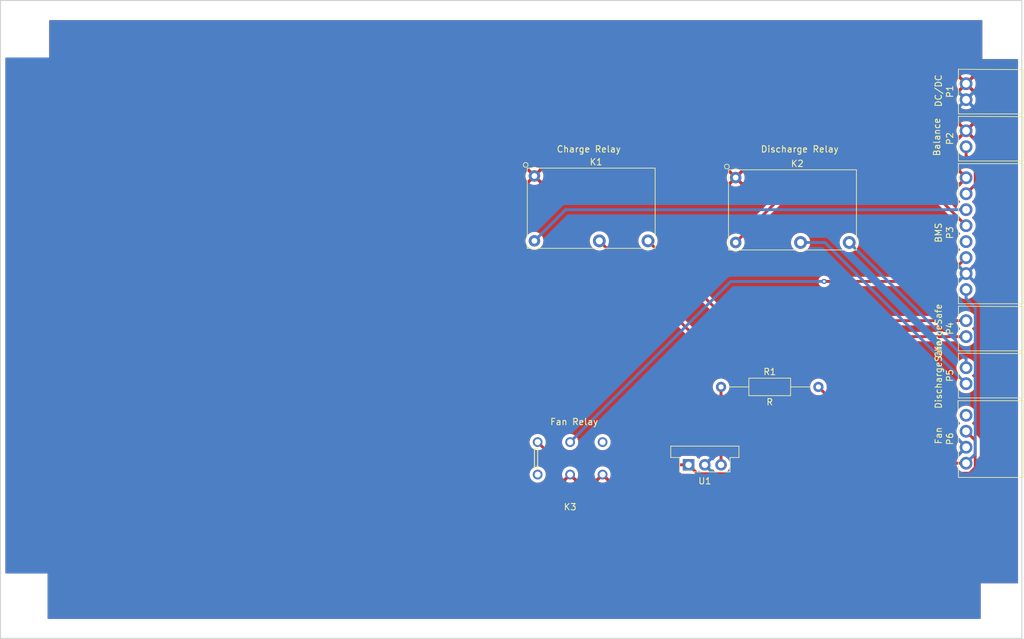
<source format=kicad_pcb>
(kicad_pcb (version 20171130) (host pcbnew "(5.1.4)-1")

  (general
    (thickness 1.6)
    (drawings 11)
    (tracks 41)
    (zones 0)
    (modules 15)
    (nets 21)
  )

  (page A4)
  (layers
    (0 F.Cu signal)
    (31 B.Cu signal)
    (32 B.Adhes user)
    (33 F.Adhes user)
    (34 B.Paste user)
    (35 F.Paste user)
    (36 B.SilkS user)
    (37 F.SilkS user)
    (38 B.Mask user)
    (39 F.Mask user)
    (40 Dwgs.User user)
    (41 Cmts.User user)
    (42 Eco1.User user)
    (43 Eco2.User user)
    (44 Edge.Cuts user)
    (45 Margin user)
    (46 B.CrtYd user)
    (47 F.CrtYd user)
    (48 B.Fab user)
    (49 F.Fab user)
  )

  (setup
    (last_trace_width 0.45)
    (trace_clearance 0.2)
    (zone_clearance 0.508)
    (zone_45_only no)
    (trace_min 0.2)
    (via_size 0.8)
    (via_drill 0.4)
    (via_min_size 0.4)
    (via_min_drill 0.3)
    (uvia_size 0.3)
    (uvia_drill 0.1)
    (uvias_allowed no)
    (uvia_min_size 0.2)
    (uvia_min_drill 0.1)
    (edge_width 0.15)
    (segment_width 0.2)
    (pcb_text_width 0.3)
    (pcb_text_size 1.5 1.5)
    (mod_edge_width 0.15)
    (mod_text_size 1 1)
    (mod_text_width 0.15)
    (pad_size 1.524 1.524)
    (pad_drill 0.762)
    (pad_to_mask_clearance 0.2)
    (aux_axis_origin 0 0)
    (grid_origin 55.08 144.93)
    (visible_elements 7FFFFFFF)
    (pcbplotparams
      (layerselection 0x010fc_ffffffff)
      (usegerberextensions false)
      (usegerberattributes false)
      (usegerberadvancedattributes false)
      (creategerberjobfile false)
      (excludeedgelayer true)
      (linewidth 0.100000)
      (plotframeref false)
      (viasonmask false)
      (mode 1)
      (useauxorigin false)
      (hpglpennumber 1)
      (hpglpenspeed 20)
      (hpglpendiameter 15.000000)
      (psnegative false)
      (psa4output false)
      (plotreference true)
      (plotvalue true)
      (plotinvisibletext false)
      (padsonsilk false)
      (subtractmaskfromsilk false)
      (outputformat 1)
      (mirror false)
      (drillshape 0)
      (scaleselection 1)
      (outputdirectory "orionGerber/"))
  )

  (net 0 "")
  (net 1 "Net-(MK1-Pad1)")
  (net 2 "Net-(MK2-Pad1)")
  (net 3 "Net-(MK3-Pad1)")
  (net 4 "Net-(MK4-Pad1)")
  (net 5 ChargeOK)
  (net 6 +12V)
  (net 7 "Net-(K1-Pad3)")
  (net 8 "Net-(K1-Pad4)")
  (net 9 "Net-(K2-Pad4)")
  (net 10 "Net-(K2-Pad3)")
  (net 11 DischargeOK)
  (net 12 "Net-(K3-Pad1)")
  (net 13 FanPower)
  (net 14 "Net-(K3-Pad10)")
  (net 15 GND)
  (net 16 "Net-(P2-Pad2)")
  (net 17 FanPWM)
  (net 18 "Net-(P3-Pad5)")
  (net 19 "Net-(P6-Pad1)")
  (net 20 "Net-(R1-Pad1)")

  (net_class Default "This is the default net class."
    (clearance 0.2)
    (trace_width 0.45)
    (via_dia 0.8)
    (via_drill 0.4)
    (uvia_dia 0.3)
    (uvia_drill 0.1)
    (add_net +12V)
    (add_net ChargeOK)
    (add_net DischargeOK)
    (add_net FanPWM)
    (add_net FanPower)
    (add_net GND)
    (add_net "Net-(K1-Pad3)")
    (add_net "Net-(K1-Pad4)")
    (add_net "Net-(K2-Pad3)")
    (add_net "Net-(K2-Pad4)")
    (add_net "Net-(K3-Pad1)")
    (add_net "Net-(K3-Pad10)")
    (add_net "Net-(MK1-Pad1)")
    (add_net "Net-(MK2-Pad1)")
    (add_net "Net-(MK3-Pad1)")
    (add_net "Net-(MK4-Pad1)")
    (add_net "Net-(P2-Pad2)")
    (add_net "Net-(P3-Pad5)")
    (add_net "Net-(P6-Pad1)")
    (add_net "Net-(R1-Pad1)")
  )

  (module Mounting_Holes:MountingHole_2.7mm (layer F.Cu) (tedit 5A6CF9C5) (tstamp 597559B3)
    (at 58.6 139.45)
    (descr "Mounting Hole 2.7mm, no annular")
    (tags "mounting hole 2.7mm no annular")
    (path /5A6CFFFA)
    (fp_text reference MK3 (at 0 -3.7) (layer F.SilkS) hide
      (effects (font (size 1 1) (thickness 0.15)))
    )
    (fp_text value Mounting_Hole_PAD (at 0 3.7) (layer F.Fab) hide
      (effects (font (size 1 1) (thickness 0.15)))
    )
    (fp_circle (center 0 0) (end 2.7 0) (layer Cmts.User) (width 0.15))
    (fp_circle (center 0 0) (end 2.95 0) (layer F.CrtYd) (width 0.05))
    (pad 1 np_thru_hole circle (at 0 0) (size 2.7 2.7) (drill 2.7) (layers *.Cu *.Mask)
      (net 3 "Net-(MK3-Pad1)"))
  )

  (module Mounting_Holes:MountingHole_2.7mm (layer F.Cu) (tedit 5A6CF9B3) (tstamp 59755B13)
    (at 58.6 50.55)
    (descr "Mounting Hole 2.7mm, no annular")
    (tags "mounting hole 2.7mm no annular")
    (path /5A6CFED2)
    (fp_text reference MK1 (at 0 -3.7) (layer F.SilkS) hide
      (effects (font (size 1 1) (thickness 0.15)))
    )
    (fp_text value Mounting_Hole_PAD (at 0 3.7) (layer F.Fab) hide
      (effects (font (size 1 1) (thickness 0.15)))
    )
    (fp_circle (center 0 0) (end 2.7 0) (layer Cmts.User) (width 0.15))
    (fp_circle (center 0 0) (end 2.95 0) (layer F.CrtYd) (width 0.05))
    (pad 1 np_thru_hole circle (at 0 0) (size 2.7 2.7) (drill 2.7) (layers *.Cu *.Mask)
      (net 1 "Net-(MK1-Pad1)"))
  )

  (module Mounting_Holes:MountingHole_2.7mm (layer F.Cu) (tedit 5A6CF9D1) (tstamp 59755F5D)
    (at 212.24 139.45)
    (descr "Mounting Hole 2.7mm, no annular")
    (tags "mounting hole 2.7mm no annular")
    (path /5A6D003F)
    (fp_text reference MK4 (at 0 -3.7) (layer F.SilkS) hide
      (effects (font (size 1 1) (thickness 0.15)))
    )
    (fp_text value Mounting_Hole_PAD (at 0 3.7) (layer F.Fab) hide
      (effects (font (size 1 1) (thickness 0.15)))
    )
    (fp_circle (center 0 0) (end 2.7 0) (layer Cmts.User) (width 0.15))
    (fp_circle (center 0 0) (end 2.95 0) (layer F.CrtYd) (width 0.05))
    (pad 1 np_thru_hole circle (at 0 0) (size 2.7 2.7) (drill 2.7) (layers *.Cu *.Mask)
      (net 4 "Net-(MK4-Pad1)"))
  )

  (module Mounting_Holes:MountingHole_2.7mm (layer F.Cu) (tedit 5A6CF9BC) (tstamp 59755F56)
    (at 212.24 50.55)
    (descr "Mounting Hole 2.7mm, no annular")
    (tags "mounting hole 2.7mm no annular")
    (path /5A6CFF98)
    (fp_text reference MK2 (at 0 -3.7) (layer F.SilkS) hide
      (effects (font (size 1 1) (thickness 0.15)))
    )
    (fp_text value Mounting_Hole_PAD (at 0 3.7) (layer F.Fab) hide
      (effects (font (size 1 1) (thickness 0.15)))
    )
    (fp_circle (center 0 0) (end 2.7 0) (layer Cmts.User) (width 0.15))
    (fp_circle (center 0 0) (end 2.95 0) (layer F.CrtYd) (width 0.05))
    (pad 1 np_thru_hole circle (at 0 0) (size 2.7 2.7) (drill 2.7) (layers *.Cu *.Mask)
      (net 2 "Net-(MK2-Pad1)"))
  )

  (module "DUEMRelays:V23026 MONO" (layer F.Cu) (tedit 5D71726E) (tstamp 5D75CCD0)
    (at 144.234 116.736)
    (path /5D760442)
    (fp_text reference K3 (at 0 7.62) (layer F.SilkS)
      (effects (font (size 1 1) (thickness 0.15)))
    )
    (fp_text value V23026 (at 0 -7.62) (layer F.Fab)
      (effects (font (size 1 1) (thickness 0.15)))
    )
    (fp_line (start -6.58 3.8) (end 6.58 3.8) (layer F.CrtYd) (width 0.15))
    (fp_line (start 6.58 -3.8) (end -6.58 -3.8) (layer F.CrtYd) (width 0.15))
    (fp_line (start -6.58 -3.8) (end -6.58 3.8) (layer F.CrtYd) (width 0.15))
    (fp_line (start 6.58 -3.8) (end 6.58 3.8) (layer F.CrtYd) (width 0.15))
    (fp_line (start -5.08 -1.524) (end -5.08 1.524) (layer F.SilkS) (width 0.15))
    (fp_line (start -5.08 1.524) (end -5.588 1.524) (layer F.SilkS) (width 0.15))
    (fp_line (start -5.588 1.524) (end -5.588 -1.524) (layer F.SilkS) (width 0.15))
    (fp_line (start -5.588 -1.524) (end -5.08 -1.524) (layer F.SilkS) (width 0.15))
    (pad 1 thru_hole circle (at -5.08 2.54) (size 1.524 1.524) (drill 0.95) (layers *.Cu *.Mask)
      (net 12 "Net-(K3-Pad1)"))
    (pad 3 thru_hole circle (at 0 2.54) (size 1.524 1.524) (drill 0.95) (layers *.Cu *.Mask)
      (net 6 +12V))
    (pad 5 thru_hole circle (at 5.08 2.54) (size 1.524 1.524) (drill 0.95) (layers *.Cu *.Mask)
      (net 6 +12V))
    (pad 6 thru_hole circle (at 5.08 -2.54) (size 1.524 1.524) (drill 0.95) (layers *.Cu *.Mask))
    (pad 8 thru_hole circle (at 0 -2.54) (size 1.524 1.524) (drill 0.95) (layers *.Cu *.Mask)
      (net 13 FanPower))
    (pad 10 thru_hole circle (at -5.08 -2.54) (size 1.524 1.524) (drill 0.95) (layers *.Cu *.Mask)
      (net 14 "Net-(K3-Pad10)"))
  )

  (module PhoenixSmol:PhoenixSmol2 (layer F.Cu) (tedit 5D751783) (tstamp 5D75CCDE)
    (at 206.21 60.602 90)
    (descr "Terminal Block Phoenix MKDS-1,5-2, 2 pins, pitch 5mm, size 10x9.8mm^2, drill diamater 1.3mm, pad diameter 2.6mm, see http://www.farnell.com/datasheets/100425.pdf, script-generated using https://github.com/pointhi/kicad-footprint-generator/scripts/TerminalBlock_Phoenix")
    (tags "THT Terminal Block Phoenix MKDS-1,5-2 pitch 5mm size 10x9.8mm^2 drill 1.3mm pad 2.6mm")
    (path /5D7575C7)
    (fp_text reference P1 (at 1.27 -2.54 90) (layer F.SilkS)
      (effects (font (size 1 1) (thickness 0.15)))
    )
    (fp_text value DC/DC (at 1.397 -4.318 90) (layer F.SilkS)
      (effects (font (size 1 1) (thickness 0.15)))
    )
    (fp_line (start -2.2 -1.2) (end 4.7 -1.2) (layer F.Fab) (width 0.12))
    (fp_line (start -2.2 8.9) (end 4.7 8.9) (layer F.Fab) (width 0.12))
    (fp_line (start 4.7 -1.2) (end 4.7 8.9) (layer F.Fab) (width 0.12))
    (fp_line (start -2.2 -1.2) (end -2.2 8.9) (layer F.Fab) (width 0.12))
    (fp_line (start -2.2225 -1.2065) (end 4.7625 -1.2065) (layer F.SilkS) (width 0.12))
    (fp_line (start 4.7625 -1.2065) (end 4.699 8.9535) (layer F.SilkS) (width 0.12))
    (fp_line (start 4.699 8.9535) (end -2.2225 8.9535) (layer F.SilkS) (width 0.12))
    (fp_line (start -2.2225 8.9535) (end -2.2225 -1.2065) (layer F.SilkS) (width 0.12))
    (pad 2 thru_hole circle (at 0 0 90) (size 2 2) (drill 1.2) (layers *.Cu *.Mask)
      (net 15 GND))
    (pad 1 thru_hole circle (at 2.5 0 90) (size 2 2) (drill 1.2) (layers *.Cu *.Mask)
      (net 6 +12V))
    (model ${KISYS3DMOD}/TerminalBlock_Phoenix.3dshapes/TerminalBlock_Phoenix_MKDS-1,5-2_1x02_P5.00mm_Horizontal.wrl
      (at (xyz 0 0 0))
      (scale (xyz 1 1 1))
      (rotate (xyz 0 0 0))
    )
  )

  (module PhoenixSmol:PhoenixSmol2 (layer F.Cu) (tedit 5D751783) (tstamp 5D75CCEC)
    (at 206.21 67.968 90)
    (descr "Terminal Block Phoenix MKDS-1,5-2, 2 pins, pitch 5mm, size 10x9.8mm^2, drill diamater 1.3mm, pad diameter 2.6mm, see http://www.farnell.com/datasheets/100425.pdf, script-generated using https://github.com/pointhi/kicad-footprint-generator/scripts/TerminalBlock_Phoenix")
    (tags "THT Terminal Block Phoenix MKDS-1,5-2 pitch 5mm size 10x9.8mm^2 drill 1.3mm pad 2.6mm")
    (path /5D757850)
    (fp_text reference P2 (at 1.27 -2.54 90) (layer F.SilkS)
      (effects (font (size 1 1) (thickness 0.15)))
    )
    (fp_text value Balance (at 1.524 -4.572 90) (layer F.SilkS)
      (effects (font (size 1 1) (thickness 0.15)))
    )
    (fp_line (start -2.2225 8.9535) (end -2.2225 -1.2065) (layer F.SilkS) (width 0.12))
    (fp_line (start 4.699 8.9535) (end -2.2225 8.9535) (layer F.SilkS) (width 0.12))
    (fp_line (start 4.7625 -1.2065) (end 4.699 8.9535) (layer F.SilkS) (width 0.12))
    (fp_line (start -2.2225 -1.2065) (end 4.7625 -1.2065) (layer F.SilkS) (width 0.12))
    (fp_line (start -2.2 -1.2) (end -2.2 8.9) (layer F.Fab) (width 0.12))
    (fp_line (start 4.7 -1.2) (end 4.7 8.9) (layer F.Fab) (width 0.12))
    (fp_line (start -2.2 8.9) (end 4.7 8.9) (layer F.Fab) (width 0.12))
    (fp_line (start -2.2 -1.2) (end 4.7 -1.2) (layer F.Fab) (width 0.12))
    (pad 1 thru_hole circle (at 2.5 0 90) (size 2 2) (drill 1.2) (layers *.Cu *.Mask)
      (net 6 +12V))
    (pad 2 thru_hole circle (at 0 0 90) (size 2 2) (drill 1.2) (layers *.Cu *.Mask)
      (net 16 "Net-(P2-Pad2)"))
    (model ${KISYS3DMOD}/TerminalBlock_Phoenix.3dshapes/TerminalBlock_Phoenix_MKDS-1,5-2_1x02_P5.00mm_Horizontal.wrl
      (at (xyz 0 0 0))
      (scale (xyz 1 1 1))
      (rotate (xyz 0 0 0))
    )
  )

  (module PhoenixSmol:PhoenixSmol8 (layer F.Cu) (tedit 5D752BF1) (tstamp 5D75CD00)
    (at 206.21 90.32 90)
    (descr "Terminal Block Phoenix MKDS-1,5-2, 2 pins, pitch 5mm, size 10x9.8mm^2, drill diamater 1.3mm, pad diameter 2.6mm, see http://www.farnell.com/datasheets/100425.pdf, script-generated using https://github.com/pointhi/kicad-footprint-generator/scripts/TerminalBlock_Phoenix")
    (tags "THT Terminal Block Phoenix MKDS-1,5-2 pitch 5mm size 10x9.8mm^2 drill 1.3mm pad 2.6mm")
    (path /5D757A70)
    (fp_text reference P3 (at 8.89 -2.54 90) (layer F.SilkS)
      (effects (font (size 1 1) (thickness 0.15)))
    )
    (fp_text value BMS (at 8.89 -4.318 90) (layer F.SilkS)
      (effects (font (size 1 1) (thickness 0.15)))
    )
    (fp_line (start -2.2 -1.2) (end 19.7 -1.2) (layer F.Fab) (width 0.12))
    (fp_line (start -2.2 8.9) (end 19.7 8.9) (layer F.Fab) (width 0.12))
    (fp_line (start 19.7 -1.2) (end 19.7 8.9) (layer F.Fab) (width 0.12))
    (fp_line (start -2.2 -1.2) (end -2.2 8.9) (layer F.Fab) (width 0.12))
    (fp_line (start -2.2225 -1.2065) (end 19.7 -1.2065) (layer F.SilkS) (width 0.12))
    (fp_line (start 19.7 8.9535) (end -2.2225 8.9535) (layer F.SilkS) (width 0.12))
    (fp_line (start -2.2225 8.9535) (end -2.2225 -1.2065) (layer F.SilkS) (width 0.12))
    (fp_line (start 19.7 -1.27) (end 19.7 9.017) (layer F.SilkS) (width 0.12))
    (pad 8 thru_hole circle (at 0 0 90) (size 2 2) (drill 1.2) (layers *.Cu *.Mask)
      (net 17 FanPWM))
    (pad 7 thru_hole circle (at 2.5 0 90) (size 2 2) (drill 1.2) (layers *.Cu *.Mask)
      (net 15 GND))
    (pad 6 thru_hole circle (at 5 0 90) (size 2 2) (drill 1.2) (layers *.Cu *.Mask)
      (net 13 FanPower))
    (pad 5 thru_hole circle (at 7.5 0 90) (size 2 2) (drill 1.2) (layers *.Cu *.Mask)
      (net 18 "Net-(P3-Pad5)"))
    (pad 4 thru_hole circle (at 10 0 90) (size 2 2) (drill 1.2) (layers *.Cu *.Mask)
      (net 11 DischargeOK))
    (pad 2 thru_hole circle (at 15 0 90) (size 2 2) (drill 1.2) (layers *.Cu *.Mask)
      (net 16 "Net-(P2-Pad2)"))
    (pad 1 thru_hole circle (at 17.5 0 90) (size 2 2) (drill 1.2) (layers *.Cu *.Mask)
      (net 6 +12V))
    (pad 3 thru_hole circle (at 12.5 0 90) (size 2 2) (drill 1.2) (layers *.Cu *.Mask)
      (net 5 ChargeOK))
    (model ${KISYS3DMOD}/TerminalBlock_Phoenix.3dshapes/TerminalBlock_Phoenix_MKDS-1,5-2_1x02_P5.00mm_Horizontal.wrl
      (at (xyz 0 0 0))
      (scale (xyz 1 1 1))
      (rotate (xyz 0 0 0))
    )
  )

  (module PhoenixSmol:PhoenixSmol2 (layer F.Cu) (tedit 5D751783) (tstamp 5D75CD0E)
    (at 206.21 97.686 90)
    (descr "Terminal Block Phoenix MKDS-1,5-2, 2 pins, pitch 5mm, size 10x9.8mm^2, drill diamater 1.3mm, pad diameter 2.6mm, see http://www.farnell.com/datasheets/100425.pdf, script-generated using https://github.com/pointhi/kicad-footprint-generator/scripts/TerminalBlock_Phoenix")
    (tags "THT Terminal Block Phoenix MKDS-1,5-2 pitch 5mm size 10x9.8mm^2 drill 1.3mm pad 2.6mm")
    (path /5D758153)
    (fp_text reference P4 (at 1.27 -2.54 90) (layer F.SilkS)
      (effects (font (size 1 1) (thickness 0.15)))
    )
    (fp_text value ChargeSafe (at 0.889 -4.318 90) (layer F.SilkS)
      (effects (font (size 1 1) (thickness 0.15)))
    )
    (fp_line (start -2.2 -1.2) (end 4.7 -1.2) (layer F.Fab) (width 0.12))
    (fp_line (start -2.2 8.9) (end 4.7 8.9) (layer F.Fab) (width 0.12))
    (fp_line (start 4.7 -1.2) (end 4.7 8.9) (layer F.Fab) (width 0.12))
    (fp_line (start -2.2 -1.2) (end -2.2 8.9) (layer F.Fab) (width 0.12))
    (fp_line (start -2.2225 -1.2065) (end 4.7625 -1.2065) (layer F.SilkS) (width 0.12))
    (fp_line (start 4.7625 -1.2065) (end 4.699 8.9535) (layer F.SilkS) (width 0.12))
    (fp_line (start 4.699 8.9535) (end -2.2225 8.9535) (layer F.SilkS) (width 0.12))
    (fp_line (start -2.2225 8.9535) (end -2.2225 -1.2065) (layer F.SilkS) (width 0.12))
    (pad 2 thru_hole circle (at 0 0 90) (size 2 2) (drill 1.2) (layers *.Cu *.Mask)
      (net 7 "Net-(K1-Pad3)"))
    (pad 1 thru_hole circle (at 2.5 0 90) (size 2 2) (drill 1.2) (layers *.Cu *.Mask)
      (net 8 "Net-(K1-Pad4)"))
    (model ${KISYS3DMOD}/TerminalBlock_Phoenix.3dshapes/TerminalBlock_Phoenix_MKDS-1,5-2_1x02_P5.00mm_Horizontal.wrl
      (at (xyz 0 0 0))
      (scale (xyz 1 1 1))
      (rotate (xyz 0 0 0))
    )
  )

  (module PhoenixSmol:PhoenixSmol2 (layer F.Cu) (tedit 5D751783) (tstamp 5D75CD1C)
    (at 206.21 105.052 90)
    (descr "Terminal Block Phoenix MKDS-1,5-2, 2 pins, pitch 5mm, size 10x9.8mm^2, drill diamater 1.3mm, pad diameter 2.6mm, see http://www.farnell.com/datasheets/100425.pdf, script-generated using https://github.com/pointhi/kicad-footprint-generator/scripts/TerminalBlock_Phoenix")
    (tags "THT Terminal Block Phoenix MKDS-1,5-2 pitch 5mm size 10x9.8mm^2 drill 1.3mm pad 2.6mm")
    (path /5D758508)
    (fp_text reference P5 (at 1.27 -2.54 90) (layer F.SilkS)
      (effects (font (size 1 1) (thickness 0.15)))
    )
    (fp_text value DischargeSafe (at 1.397 -4.318 90) (layer F.SilkS)
      (effects (font (size 1 1) (thickness 0.15)))
    )
    (fp_line (start -2.2225 8.9535) (end -2.2225 -1.2065) (layer F.SilkS) (width 0.12))
    (fp_line (start 4.699 8.9535) (end -2.2225 8.9535) (layer F.SilkS) (width 0.12))
    (fp_line (start 4.7625 -1.2065) (end 4.699 8.9535) (layer F.SilkS) (width 0.12))
    (fp_line (start -2.2225 -1.2065) (end 4.7625 -1.2065) (layer F.SilkS) (width 0.12))
    (fp_line (start -2.2 -1.2) (end -2.2 8.9) (layer F.Fab) (width 0.12))
    (fp_line (start 4.7 -1.2) (end 4.7 8.9) (layer F.Fab) (width 0.12))
    (fp_line (start -2.2 8.9) (end 4.7 8.9) (layer F.Fab) (width 0.12))
    (fp_line (start -2.2 -1.2) (end 4.7 -1.2) (layer F.Fab) (width 0.12))
    (pad 1 thru_hole circle (at 2.5 0 90) (size 2 2) (drill 1.2) (layers *.Cu *.Mask)
      (net 9 "Net-(K2-Pad4)"))
    (pad 2 thru_hole circle (at 0 0 90) (size 2 2) (drill 1.2) (layers *.Cu *.Mask)
      (net 10 "Net-(K2-Pad3)"))
    (model ${KISYS3DMOD}/TerminalBlock_Phoenix.3dshapes/TerminalBlock_Phoenix_MKDS-1,5-2_1x02_P5.00mm_Horizontal.wrl
      (at (xyz 0 0 0))
      (scale (xyz 1 1 1))
      (rotate (xyz 0 0 0))
    )
  )

  (module PhoenixSmol:PhoenixSmol4 (layer F.Cu) (tedit 5D752BF8) (tstamp 5D75CD30)
    (at 206.21 117.498 90)
    (descr "Terminal Block Phoenix MKDS-1,5-2, 2 pins, pitch 5mm, size 10x9.8mm^2, drill diamater 1.3mm, pad diameter 2.6mm, see http://www.farnell.com/datasheets/100425.pdf, script-generated using https://github.com/pointhi/kicad-footprint-generator/scripts/TerminalBlock_Phoenix")
    (tags "THT Terminal Block Phoenix MKDS-1,5-2 pitch 5mm size 10x9.8mm^2 drill 1.3mm pad 2.6mm")
    (path /5D75881A)
    (fp_text reference P6 (at 3.81 -2.54 90) (layer F.SilkS)
      (effects (font (size 1 1) (thickness 0.15)))
    )
    (fp_text value Fan (at 4.318 -4.318 90) (layer F.SilkS)
      (effects (font (size 1 1) (thickness 0.15)))
    )
    (fp_line (start -2.2 -1.2) (end 9.7 -1.2) (layer F.Fab) (width 0.12))
    (fp_line (start -2.2 8.9) (end 9.7 8.9) (layer F.Fab) (width 0.12))
    (fp_line (start 9.7 -1.2) (end 9.7 8.9) (layer F.Fab) (width 0.12))
    (fp_line (start -2.2 -1.2) (end -2.2 8.9) (layer F.Fab) (width 0.12))
    (fp_line (start -2.2225 -1.2065) (end 4.7625 -1.2065) (layer F.SilkS) (width 0.12))
    (fp_line (start 4.699 8.9535) (end -2.2225 8.9535) (layer F.SilkS) (width 0.12))
    (fp_line (start -2.2225 8.9535) (end -2.2225 -1.2065) (layer F.SilkS) (width 0.12))
    (fp_line (start 7.2 -1.2065) (end 4.7625 -1.2065) (layer F.SilkS) (width 0.12))
    (fp_line (start 7.2 8.9535) (end 4.699 8.9535) (layer F.SilkS) (width 0.12))
    (fp_line (start 7.2 -1.2065) (end 9.779 -1.27) (layer F.SilkS) (width 0.12))
    (fp_line (start 9.779 -1.27) (end 9.779 9.017) (layer F.SilkS) (width 0.12))
    (fp_line (start 9.779 9.017) (end 7.2 8.9535) (layer F.SilkS) (width 0.12))
    (pad 4 thru_hole circle (at 0 0 90) (size 2 2) (drill 1.2) (layers *.Cu *.Mask)
      (net 17 FanPWM))
    (pad 3 thru_hole circle (at 2.5 0 90) (size 2 2) (drill 1.2) (layers *.Cu *.Mask)
      (net 15 GND))
    (pad 2 thru_hole circle (at 5 0 90) (size 2 2) (drill 1.2) (layers *.Cu *.Mask)
      (net 14 "Net-(K3-Pad10)"))
    (pad 1 thru_hole circle (at 7.5 0 90) (size 2 2) (drill 1.2) (layers *.Cu *.Mask)
      (net 19 "Net-(P6-Pad1)"))
    (model ${KISYS3DMOD}/TerminalBlock_Phoenix.3dshapes/TerminalBlock_Phoenix_MKDS-1,5-2_1x02_P5.00mm_Horizontal.wrl
      (at (xyz 0 0 0))
      (scale (xyz 1 1 1))
      (rotate (xyz 0 0 0))
    )
  )

  (module Resistor_THT:R_Axial_DIN0207_L6.3mm_D2.5mm_P15.24mm_Horizontal (layer F.Cu) (tedit 5AE5139B) (tstamp 5D75CD47)
    (at 167.856 105.56)
    (descr "Resistor, Axial_DIN0207 series, Axial, Horizontal, pin pitch=15.24mm, 0.25W = 1/4W, length*diameter=6.3*2.5mm^2, http://cdn-reichelt.de/documents/datenblatt/B400/1_4W%23YAG.pdf")
    (tags "Resistor Axial_DIN0207 series Axial Horizontal pin pitch 15.24mm 0.25W = 1/4W length 6.3mm diameter 2.5mm")
    (path /5D762F1E)
    (fp_text reference R1 (at 7.62 -2.37) (layer F.SilkS)
      (effects (font (size 1 1) (thickness 0.15)))
    )
    (fp_text value R (at 7.62 2.37) (layer F.SilkS)
      (effects (font (size 1 1) (thickness 0.15)))
    )
    (fp_line (start 4.47 -1.25) (end 4.47 1.25) (layer F.Fab) (width 0.1))
    (fp_line (start 4.47 1.25) (end 10.77 1.25) (layer F.Fab) (width 0.1))
    (fp_line (start 10.77 1.25) (end 10.77 -1.25) (layer F.Fab) (width 0.1))
    (fp_line (start 10.77 -1.25) (end 4.47 -1.25) (layer F.Fab) (width 0.1))
    (fp_line (start 0 0) (end 4.47 0) (layer F.Fab) (width 0.1))
    (fp_line (start 15.24 0) (end 10.77 0) (layer F.Fab) (width 0.1))
    (fp_line (start 4.35 -1.37) (end 4.35 1.37) (layer F.SilkS) (width 0.12))
    (fp_line (start 4.35 1.37) (end 10.89 1.37) (layer F.SilkS) (width 0.12))
    (fp_line (start 10.89 1.37) (end 10.89 -1.37) (layer F.SilkS) (width 0.12))
    (fp_line (start 10.89 -1.37) (end 4.35 -1.37) (layer F.SilkS) (width 0.12))
    (fp_line (start 1.04 0) (end 4.35 0) (layer F.SilkS) (width 0.12))
    (fp_line (start 14.2 0) (end 10.89 0) (layer F.SilkS) (width 0.12))
    (fp_line (start -1.05 -1.5) (end -1.05 1.5) (layer F.CrtYd) (width 0.05))
    (fp_line (start -1.05 1.5) (end 16.29 1.5) (layer F.CrtYd) (width 0.05))
    (fp_line (start 16.29 1.5) (end 16.29 -1.5) (layer F.CrtYd) (width 0.05))
    (fp_line (start 16.29 -1.5) (end -1.05 -1.5) (layer F.CrtYd) (width 0.05))
    (fp_text user %R (at 7.62 0) (layer F.Fab)
      (effects (font (size 1 1) (thickness 0.15)))
    )
    (pad 1 thru_hole circle (at 0 0) (size 1.6 1.6) (drill 0.8) (layers *.Cu *.Mask)
      (net 20 "Net-(R1-Pad1)"))
    (pad 2 thru_hole oval (at 15.24 0) (size 1.6 1.6) (drill 0.8) (layers *.Cu *.Mask)
      (net 17 FanPWM))
    (model ${KISYS3DMOD}/Resistor_THT.3dshapes/R_Axial_DIN0207_L6.3mm_D2.5mm_P15.24mm_Horizontal.wrl
      (at (xyz 0 0 0))
      (scale (xyz 1 1 1))
      (rotate (xyz 0 0 0))
    )
  )

  (module Converter_DCDC:Converter_DCDC_muRata_OKI-78SR_Vertical (layer F.Cu) (tedit 5BAE2432) (tstamp 5D75CD6E)
    (at 162.776 117.752)
    (descr https://power.murata.com/data/power/oki-78sr.pdf)
    (tags "78sr3.3 78sr5 78sr9 78sr12 78srXX")
    (path /5D75F163)
    (fp_text reference U1 (at 2.54 2.54 180) (layer F.SilkS)
      (effects (font (size 1 1) (thickness 0.15)))
    )
    (fp_text value OKI-78SR-5_1.5-W36-C (at 2.54 4.445 180) (layer F.Fab)
      (effects (font (size 1 1) (thickness 0.15)))
    )
    (fp_line (start -2.79 -2.92) (end -2.79 -1.14) (layer F.SilkS) (width 0.12))
    (fp_line (start 7.88 -2.92) (end -2.79 -2.92) (layer F.SilkS) (width 0.12))
    (fp_line (start 7.88 -1.15) (end 7.88 -2.92) (layer F.SilkS) (width 0.12))
    (fp_text user %R (at 2.54 -1.9558 180) (layer F.Fab)
      (effects (font (size 1 1) (thickness 0.15)))
    )
    (fp_line (start -2.667 -1.27) (end -2.667 3.302) (layer F.Fab) (width 0.1))
    (fp_line (start -2.667 -1.27) (end 7.747 -1.27) (layer F.Fab) (width 0.1))
    (fp_line (start -2.667 -2.794) (end -2.667 -1.27) (layer F.Fab) (width 0.1))
    (fp_line (start -2.667 -2.794) (end 7.747 -2.794) (layer F.Fab) (width 0.1))
    (fp_line (start -2.286 -5.334) (end -2.286 -2.794) (layer F.Fab) (width 0.1))
    (fp_line (start 7.366 -5.334) (end -2.286 -5.334) (layer F.Fab) (width 0.1))
    (fp_line (start 7.366 -2.794) (end 7.366 -5.334) (layer F.Fab) (width 0.1))
    (fp_line (start 5.4864 0.762) (end 4.6736 0.762) (layer F.Fab) (width 0.1))
    (fp_line (start 2.9464 0.762) (end 2.1336 0.762) (layer F.Fab) (width 0.1))
    (fp_line (start 0.4064 0.762) (end -0.4064 0.762) (layer F.Fab) (width 0.1))
    (fp_line (start -1.27 0.762) (end -0.4064 0.762) (layer F.Fab) (width 0.1))
    (fp_line (start 0.4064 0.762) (end 2.1336 0.762) (layer F.Fab) (width 0.1))
    (fp_line (start 2.9464 0.762) (end 4.6736 0.762) (layer F.Fab) (width 0.1))
    (fp_line (start 5.4864 0.762) (end 6.35 0.762) (layer F.Fab) (width 0.1))
    (fp_line (start 6.35 -1.27) (end 6.35 0.762) (layer F.Fab) (width 0.1))
    (fp_line (start -1.27 0.762) (end -1.27 -1.27) (layer F.Fab) (width 0.1))
    (fp_line (start 7.747 -2.794) (end 7.747 -1.27) (layer F.Fab) (width 0.1))
    (fp_line (start 7.747 -1.27) (end 7.747 3.302) (layer F.Fab) (width 0.1))
    (fp_line (start 7.747 3.302) (end -2.667 3.302) (layer F.Fab) (width 0.1))
    (fp_line (start 7.88 -1.14) (end 6.48 -1.14) (layer F.SilkS) (width 0.12))
    (fp_line (start 6.48 -1.14) (end 6.48 1.1) (layer F.SilkS) (width 0.12))
    (fp_line (start 6.48 1.1) (end -1.4 1.1) (layer F.SilkS) (width 0.12))
    (fp_line (start -1.4 1.1) (end -1.4 -1.14) (layer F.SilkS) (width 0.12))
    (fp_line (start -1.4 -1.14) (end -2.79 -1.14) (layer F.SilkS) (width 0.12))
    (fp_line (start -2.91 3.41) (end 8 3.41) (layer F.CrtYd) (width 0.05))
    (fp_line (start 8 3.41) (end 8 -5.44) (layer F.CrtYd) (width 0.05))
    (fp_line (start 8 -5.44) (end -2.91 -5.44) (layer F.CrtYd) (width 0.05))
    (fp_line (start -2.91 -5.44) (end -2.91 3.41) (layer F.CrtYd) (width 0.05))
    (pad 3 thru_hole circle (at 5.08 0) (size 1.8 1.8) (drill 1) (layers *.Cu *.Mask)
      (net 20 "Net-(R1-Pad1)"))
    (pad 2 thru_hole circle (at 2.54 0) (size 1.8 1.8) (drill 1) (layers *.Cu *.Mask)
      (net 15 GND))
    (pad 1 thru_hole rect (at 0 0) (size 1.8 1.8) (drill 1) (layers *.Cu *.Mask)
      (net 14 "Net-(K3-Pad10)"))
    (model ${KISYS3DMOD}/Converter_DCDC.3dshapes/Converter_DCDC_muRata_OKI-78sr_vertical.wrl
      (at (xyz 0 0 0))
      (scale (xyz 1 1 1))
      (rotate (xyz 0 0 0))
    )
  )

  (module DUEMRelays:DKRelay (layer F.Cu) (tedit 5D757F16) (tstamp 5D75DA95)
    (at 138.646 72.54)
    (path /5D76154D)
    (fp_text reference K1 (at 9.652 -2.1844) (layer F.SilkS)
      (effects (font (size 1 1) (thickness 0.15)))
    )
    (fp_text value DK (at 9.0424 12.4968) (layer F.Fab)
      (effects (font (size 1 1) (thickness 0.15)))
    )
    (fp_line (start 18.89 -1.2) (end 18.89 11.3) (layer F.Fab) (width 0.12))
    (fp_line (start 18.89 11.3) (end -1.11 11.3) (layer F.Fab) (width 0.12))
    (fp_line (start -1.11 11.3) (end -1.11 -1.2) (layer F.Fab) (width 0.12))
    (fp_line (start -1.11 -1.2) (end 18.89 -1.2) (layer F.Fab) (width 0.12))
    (fp_line (start -1.1176 11.3284) (end -1.1176 -1.2192) (layer F.SilkS) (width 0.12))
    (fp_line (start -1.1176 -1.2192) (end 18.8976 -1.2192) (layer F.SilkS) (width 0.12))
    (fp_line (start 18.8976 -1.2192) (end 18.8976 11.3284) (layer F.SilkS) (width 0.12))
    (fp_line (start 18.8976 11.3284) (end -1.1176 11.3284) (layer F.SilkS) (width 0.12))
    (fp_circle (center -1.3716 -1.7272) (end -1.016 -1.8288) (layer F.SilkS) (width 0.12))
    (pad 6 thru_hole circle (at 0 0) (size 1.8 1.8) (drill 0.9) (layers *.Cu *.Mask)
      (net 6 +12V))
    (pad 1 thru_hole circle (at 0 10.16) (size 1.8 1.8) (drill 0.9) (layers *.Cu *.Mask)
      (net 5 ChargeOK))
    (pad 3 thru_hole circle (at 10.16 10.16) (size 2 2) (drill 1.1) (layers *.Cu *.Mask)
      (net 7 "Net-(K1-Pad3)"))
    (pad 4 thru_hole circle (at 17.78 10.16) (size 2 2) (drill 1.1) (layers *.Cu *.Mask)
      (net 8 "Net-(K1-Pad4)"))
  )

  (module DUEMRelays:DKRelay (layer F.Cu) (tedit 5D757F16) (tstamp 5D75DAA6)
    (at 170.142 72.794)
    (path /5D7621CE)
    (fp_text reference K2 (at 9.652 -2.1844) (layer F.SilkS)
      (effects (font (size 1 1) (thickness 0.15)))
    )
    (fp_text value DK (at 9.0424 12.4968) (layer F.Fab)
      (effects (font (size 1 1) (thickness 0.15)))
    )
    (fp_circle (center -1.3716 -1.7272) (end -1.016 -1.8288) (layer F.SilkS) (width 0.12))
    (fp_line (start 18.8976 11.3284) (end -1.1176 11.3284) (layer F.SilkS) (width 0.12))
    (fp_line (start 18.8976 -1.2192) (end 18.8976 11.3284) (layer F.SilkS) (width 0.12))
    (fp_line (start -1.1176 -1.2192) (end 18.8976 -1.2192) (layer F.SilkS) (width 0.12))
    (fp_line (start -1.1176 11.3284) (end -1.1176 -1.2192) (layer F.SilkS) (width 0.12))
    (fp_line (start -1.11 -1.2) (end 18.89 -1.2) (layer F.Fab) (width 0.12))
    (fp_line (start -1.11 11.3) (end -1.11 -1.2) (layer F.Fab) (width 0.12))
    (fp_line (start 18.89 11.3) (end -1.11 11.3) (layer F.Fab) (width 0.12))
    (fp_line (start 18.89 -1.2) (end 18.89 11.3) (layer F.Fab) (width 0.12))
    (pad 4 thru_hole circle (at 17.78 10.16) (size 2 2) (drill 1.1) (layers *.Cu *.Mask)
      (net 9 "Net-(K2-Pad4)"))
    (pad 3 thru_hole circle (at 10.16 10.16) (size 2 2) (drill 1.1) (layers *.Cu *.Mask)
      (net 10 "Net-(K2-Pad3)"))
    (pad 1 thru_hole circle (at 0 10.16) (size 1.8 1.8) (drill 0.9) (layers *.Cu *.Mask)
      (net 11 DischargeOK))
    (pad 6 thru_hole circle (at 0 0) (size 1.8 1.8) (drill 0.9) (layers *.Cu *.Mask)
      (net 6 +12V))
  )

  (gr_text "Fan Relay" (at 144.869 111.021) (layer F.SilkS)
    (effects (font (size 1 1) (thickness 0.15)))
  )
  (gr_text "Discharge Relay" (at 180.175 68.349) (layer F.SilkS)
    (effects (font (size 1 1) (thickness 0.15)))
  )
  (gr_text "Charge Relay" (at 147.155 68.349) (layer F.SilkS)
    (effects (font (size 1 1) (thickness 0.15)))
  )
  (gr_line (start 214.9 47.5) (end 55.1 47.5) (angle 90) (layer F.CrtYd) (width 0.2))
  (gr_line (start 55.1 47.5) (end 214.9 47.5) (angle 90) (layer B.CrtYd) (width 0.2))
  (gr_line (start 55.1 142.5) (end 214.9 142.5) (angle 90) (layer B.CrtYd) (width 0.2) (tstamp 59795C8A))
  (gr_line (start 55.1 142.5) (end 214.9 142.5) (angle 90) (layer F.CrtYd) (width 0.2))
  (gr_line (start 55.075 144.925) (end 214.925 144.925) (angle 90) (layer Edge.Cuts) (width 0.15))
  (gr_line (start 55.075 45.075) (end 55.075 144.925) (angle 90) (layer Edge.Cuts) (width 0.15))
  (gr_line (start 214.925 45.075) (end 55.075 45.075) (angle 90) (layer Edge.Cuts) (width 0.15))
  (gr_line (start 214.925 144.925) (end 214.925 45.075) (angle 90) (layer Edge.Cuts) (width 0.15))

  (segment (start 143.526 77.82) (end 138.646 82.7) (width 0.45) (layer B.Cu) (net 5))
  (segment (start 206.21 77.82) (end 143.526 77.82) (width 0.45) (layer B.Cu) (net 5))
  (segment (start 163.792 97.686) (end 206.21 97.686) (width 0.45) (layer F.Cu) (net 7))
  (segment (start 148.806 82.7) (end 163.792 97.686) (width 0.45) (layer F.Cu) (net 7))
  (segment (start 168.912 95.186) (end 206.21 95.186) (width 0.45) (layer F.Cu) (net 8))
  (segment (start 168.912 95.186) (end 156.426 82.7) (width 0.45) (layer F.Cu) (net 8))
  (segment (start 206.21 100.988) (end 206.21 102.552) (width 0.45) (layer B.Cu) (net 9))
  (segment (start 205.956 100.988) (end 187.922 82.954) (width 0.45) (layer B.Cu) (net 9))
  (segment (start 206.21 100.988) (end 205.956 100.988) (width 0.45) (layer B.Cu) (net 9))
  (segment (start 184.112 82.954) (end 180.302 82.954) (width 0.45) (layer B.Cu) (net 10))
  (segment (start 206.21 105.052) (end 184.112 82.954) (width 0.45) (layer B.Cu) (net 10))
  (segment (start 198.43 72.54) (end 206.21 80.32) (width 0.45) (layer F.Cu) (net 11))
  (segment (start 180.556 72.54) (end 170.142 82.954) (width 0.45) (layer F.Cu) (net 11))
  (segment (start 198.43 72.54) (end 180.556 72.54) (width 0.45) (layer F.Cu) (net 11))
  (segment (start 144.234 114.196) (end 169.38 89.05) (width 0.45) (layer B.Cu) (net 13))
  (via (at 183.985 89.05) (size 0.8) (drill 0.4) (layers F.Cu B.Cu) (net 13))
  (segment (start 169.38 89.05) (end 183.985 89.05) (width 0.45) (layer B.Cu) (net 13))
  (segment (start 202.48 89.05) (end 206.21 85.32) (width 0.45) (layer F.Cu) (net 13))
  (segment (start 183.985 89.05) (end 202.48 89.05) (width 0.45) (layer F.Cu) (net 13))
  (segment (start 142.71 117.752) (end 139.154 114.196) (width 0.45) (layer F.Cu) (net 14))
  (segment (start 162.776 117.752) (end 142.71 117.752) (width 0.45) (layer F.Cu) (net 14))
  (segment (start 207.209999 113.497999) (end 206.21 112.498) (width 0.45) (layer F.Cu) (net 14))
  (segment (start 207.635001 113.923001) (end 207.209999 113.497999) (width 0.45) (layer F.Cu) (net 14))
  (segment (start 207.635001 118.182001) (end 207.635001 113.923001) (width 0.45) (layer F.Cu) (net 14))
  (segment (start 206.740001 119.077001) (end 207.635001 118.182001) (width 0.45) (layer F.Cu) (net 14))
  (segment (start 164.101001 119.077001) (end 206.740001 119.077001) (width 0.45) (layer F.Cu) (net 14))
  (segment (start 162.776 117.752) (end 164.101001 119.077001) (width 0.45) (layer F.Cu) (net 14))
  (segment (start 207.209999 74.320001) (end 206.21 75.32) (width 0.45) (layer F.Cu) (net 16))
  (segment (start 207.635001 73.894999) (end 207.209999 74.320001) (width 0.45) (layer F.Cu) (net 16))
  (segment (start 207.635001 70.807214) (end 207.635001 73.894999) (width 0.45) (layer F.Cu) (net 16))
  (segment (start 206.21 69.382213) (end 207.635001 70.807214) (width 0.45) (layer F.Cu) (net 16))
  (segment (start 206.21 67.968) (end 206.21 69.382213) (width 0.45) (layer F.Cu) (net 16))
  (segment (start 195.034 117.498) (end 206.21 117.498) (width 0.45) (layer F.Cu) (net 17))
  (segment (start 183.096 105.56) (end 195.034 117.498) (width 0.45) (layer F.Cu) (net 17))
  (segment (start 207.209999 116.498001) (end 206.21 117.498) (width 0.45) (layer B.Cu) (net 17))
  (segment (start 207.635001 116.072999) (end 207.209999 116.498001) (width 0.45) (layer B.Cu) (net 17))
  (segment (start 207.635001 93.159214) (end 207.635001 116.072999) (width 0.45) (layer B.Cu) (net 17))
  (segment (start 206.21 91.734213) (end 207.635001 93.159214) (width 0.45) (layer B.Cu) (net 17))
  (segment (start 206.21 90.32) (end 206.21 91.734213) (width 0.45) (layer B.Cu) (net 17))
  (segment (start 167.856 106.69137) (end 167.856 117.752) (width 0.45) (layer F.Cu) (net 20))
  (segment (start 167.856 105.56) (end 167.856 106.69137) (width 0.45) (layer F.Cu) (net 20))

  (zone (net 6) (net_name +12V) (layer F.Cu) (tstamp 5D75DCA3) (hatch edge 0.508)
    (connect_pads (clearance 0.508))
    (min_thickness 0.254)
    (fill yes (arc_segments 32) (thermal_gap 0.508) (thermal_bridge_width 0.508))
    (polygon
      (pts
        (xy 208.75 48.156) (xy 208.75 54.252) (xy 214.338 54.252) (xy 214.338 136.294) (xy 208.496 136.294)
        (xy 208.496 141.882) (xy 62.446 141.882) (xy 62.446 134.77) (xy 55.842 134.77) (xy 55.842 53.998)
        (xy 62.7 53.998) (xy 62.7 48.156)
      )
    )
    (filled_polygon
      (pts
        (xy 208.623 54.252) (xy 208.62544 54.276776) (xy 208.632667 54.300601) (xy 208.644403 54.322557) (xy 208.660197 54.341803)
        (xy 208.679443 54.357597) (xy 208.701399 54.369333) (xy 208.725224 54.37656) (xy 208.75 54.379) (xy 214.211 54.379)
        (xy 214.211 136.167) (xy 208.496 136.167) (xy 208.471224 136.16944) (xy 208.447399 136.176667) (xy 208.425443 136.188403)
        (xy 208.406197 136.204197) (xy 208.390403 136.223443) (xy 208.378667 136.245399) (xy 208.37144 136.269224) (xy 208.369 136.294)
        (xy 208.369 141.755) (xy 62.573 141.755) (xy 62.573 134.77) (xy 62.57056 134.745224) (xy 62.563333 134.721399)
        (xy 62.551597 134.699443) (xy 62.535803 134.680197) (xy 62.516557 134.664403) (xy 62.494601 134.652667) (xy 62.470776 134.64544)
        (xy 62.446 134.643) (xy 55.969 134.643) (xy 55.969 119.138408) (xy 137.757 119.138408) (xy 137.757 119.413592)
        (xy 137.810686 119.68349) (xy 137.915995 119.937727) (xy 138.06888 120.166535) (xy 138.263465 120.36112) (xy 138.492273 120.514005)
        (xy 138.74651 120.619314) (xy 139.016408 120.673) (xy 139.291592 120.673) (xy 139.56149 120.619314) (xy 139.815727 120.514005)
        (xy 140.044535 120.36112) (xy 140.16409 120.241565) (xy 143.44804 120.241565) (xy 143.51502 120.481656) (xy 143.764048 120.598756)
        (xy 144.031135 120.665023) (xy 144.306017 120.67791) (xy 144.578133 120.636922) (xy 144.837023 120.543636) (xy 144.95298 120.481656)
        (xy 145.01996 120.241565) (xy 148.52804 120.241565) (xy 148.59502 120.481656) (xy 148.844048 120.598756) (xy 149.111135 120.665023)
        (xy 149.386017 120.67791) (xy 149.658133 120.636922) (xy 149.917023 120.543636) (xy 150.03298 120.481656) (xy 150.09996 120.241565)
        (xy 149.314 119.455605) (xy 148.52804 120.241565) (xy 145.01996 120.241565) (xy 144.234 119.455605) (xy 143.44804 120.241565)
        (xy 140.16409 120.241565) (xy 140.23912 120.166535) (xy 140.392005 119.937727) (xy 140.497314 119.68349) (xy 140.551 119.413592)
        (xy 140.551 119.138408) (xy 140.497314 118.86851) (xy 140.392005 118.614273) (xy 140.23912 118.385465) (xy 140.044535 118.19088)
        (xy 139.815727 118.037995) (xy 139.56149 117.932686) (xy 139.291592 117.879) (xy 139.016408 117.879) (xy 138.74651 117.932686)
        (xy 138.492273 118.037995) (xy 138.263465 118.19088) (xy 138.06888 118.385465) (xy 137.915995 118.614273) (xy 137.810686 118.86851)
        (xy 137.757 119.138408) (xy 55.969 119.138408) (xy 55.969 114.058408) (xy 137.757 114.058408) (xy 137.757 114.333592)
        (xy 137.810686 114.60349) (xy 137.915995 114.857727) (xy 138.06888 115.086535) (xy 138.263465 115.28112) (xy 138.492273 115.434005)
        (xy 138.74651 115.539314) (xy 139.016408 115.593) (xy 139.291592 115.593) (xy 139.327612 115.585835) (xy 142.072012 118.330235)
        (xy 142.098946 118.363054) (xy 142.229898 118.470524) (xy 142.3793 118.550381) (xy 142.46595 118.576665) (xy 142.541409 118.599556)
        (xy 142.572538 118.602622) (xy 142.667754 118.612) (xy 142.66776 118.612) (xy 142.709999 118.61616) (xy 142.752238 118.612)
        (xy 143.002491 118.612) (xy 142.911244 118.806048) (xy 142.844977 119.073135) (xy 142.83209 119.348017) (xy 142.873078 119.620133)
        (xy 142.966364 119.879023) (xy 143.028344 119.99498) (xy 143.268435 120.06196) (xy 144.054395 119.276) (xy 144.040253 119.261858)
        (xy 144.219858 119.082253) (xy 144.234 119.096395) (xy 144.248143 119.082253) (xy 144.427748 119.261858) (xy 144.413605 119.276)
        (xy 145.199565 120.06196) (xy 145.439656 119.99498) (xy 145.556756 119.745952) (xy 145.623023 119.478865) (xy 145.63591 119.203983)
        (xy 145.594922 118.931867) (xy 145.501636 118.672977) (xy 145.469043 118.612) (xy 148.082491 118.612) (xy 147.991244 118.806048)
        (xy 147.924977 119.073135) (xy 147.91209 119.348017) (xy 147.953078 119.620133) (xy 148.046364 119.879023) (xy 148.108344 119.99498)
        (xy 148.348435 120.06196) (xy 149.134395 119.276) (xy 149.120253 119.261858) (xy 149.299858 119.082253) (xy 149.314 119.096395)
        (xy 149.328143 119.082253) (xy 149.507748 119.261858) (xy 149.493605 119.276) (xy 150.279565 120.06196) (xy 150.519656 119.99498)
        (xy 150.636756 119.745952) (xy 150.703023 119.478865) (xy 150.71591 119.203983) (xy 150.674922 118.931867) (xy 150.581636 118.672977)
        (xy 150.549043 118.612) (xy 161.237928 118.612) (xy 161.237928 118.652) (xy 161.250188 118.776482) (xy 161.286498 118.89618)
        (xy 161.345463 119.006494) (xy 161.424815 119.103185) (xy 161.521506 119.182537) (xy 161.63182 119.241502) (xy 161.751518 119.277812)
        (xy 161.876 119.290072) (xy 163.097849 119.290072) (xy 163.463013 119.655236) (xy 163.489947 119.688055) (xy 163.620899 119.795525)
        (xy 163.770301 119.875382) (xy 163.856951 119.901666) (xy 163.93241 119.924557) (xy 163.963539 119.927623) (xy 164.058755 119.937001)
        (xy 164.058761 119.937001) (xy 164.101 119.941161) (xy 164.143239 119.937001) (xy 206.697762 119.937001) (xy 206.740001 119.941161)
        (xy 206.78224 119.937001) (xy 206.782247 119.937001) (xy 206.90859 119.924557) (xy 207.070701 119.875382) (xy 207.220103 119.795525)
        (xy 207.351055 119.688055) (xy 207.377989 119.655236) (xy 208.213243 118.819983) (xy 208.246055 118.793055) (xy 208.353525 118.662103)
        (xy 208.433382 118.512701) (xy 208.46764 118.399766) (xy 208.482557 118.350591) (xy 208.487896 118.296381) (xy 208.495001 118.224247)
        (xy 208.495001 118.224241) (xy 208.499161 118.182002) (xy 208.495001 118.139763) (xy 208.495001 113.965247) (xy 208.499162 113.923001)
        (xy 208.482557 113.754411) (xy 208.433382 113.5923) (xy 208.402365 113.534273) (xy 208.353525 113.442899) (xy 208.246055 113.311947)
        (xy 208.213236 113.285013) (xy 207.847988 112.919765) (xy 207.847983 112.919759) (xy 207.802238 112.874014) (xy 207.845 112.659033)
        (xy 207.845 112.336967) (xy 207.782168 112.021088) (xy 207.658918 111.723537) (xy 207.479987 111.455748) (xy 207.272239 111.248)
        (xy 207.479987 111.040252) (xy 207.658918 110.772463) (xy 207.782168 110.474912) (xy 207.845 110.159033) (xy 207.845 109.836967)
        (xy 207.782168 109.521088) (xy 207.658918 109.223537) (xy 207.479987 108.955748) (xy 207.252252 108.728013) (xy 206.984463 108.549082)
        (xy 206.686912 108.425832) (xy 206.371033 108.363) (xy 206.048967 108.363) (xy 205.733088 108.425832) (xy 205.435537 108.549082)
        (xy 205.167748 108.728013) (xy 204.940013 108.955748) (xy 204.761082 109.223537) (xy 204.637832 109.521088) (xy 204.575 109.836967)
        (xy 204.575 110.159033) (xy 204.637832 110.474912) (xy 204.761082 110.772463) (xy 204.940013 111.040252) (xy 205.147761 111.248)
        (xy 204.940013 111.455748) (xy 204.761082 111.723537) (xy 204.637832 112.021088) (xy 204.575 112.336967) (xy 204.575 112.659033)
        (xy 204.637832 112.974912) (xy 204.761082 113.272463) (xy 204.940013 113.540252) (xy 205.147761 113.748) (xy 204.940013 113.955748)
        (xy 204.761082 114.223537) (xy 204.637832 114.521088) (xy 204.575 114.836967) (xy 204.575 115.159033) (xy 204.637832 115.474912)
        (xy 204.761082 115.772463) (xy 204.940013 116.040252) (xy 205.147761 116.248) (xy 204.940013 116.455748) (xy 204.818236 116.638)
        (xy 195.390224 116.638) (xy 184.517704 105.765481) (xy 184.537943 105.56) (xy 184.510236 105.278691) (xy 184.428182 105.008192)
        (xy 184.294932 104.758899) (xy 184.115608 104.540392) (xy 183.897101 104.361068) (xy 183.647808 104.227818) (xy 183.377309 104.145764)
        (xy 183.166492 104.125) (xy 183.025508 104.125) (xy 182.814691 104.145764) (xy 182.544192 104.227818) (xy 182.294899 104.361068)
        (xy 182.076392 104.540392) (xy 181.897068 104.758899) (xy 181.763818 105.008192) (xy 181.681764 105.278691) (xy 181.654057 105.56)
        (xy 181.681764 105.841309) (xy 181.763818 106.111808) (xy 181.897068 106.361101) (xy 182.076392 106.579608) (xy 182.294899 106.758932)
        (xy 182.544192 106.892182) (xy 182.814691 106.974236) (xy 183.025508 106.995) (xy 183.166492 106.995) (xy 183.301481 106.981704)
        (xy 194.396017 118.076241) (xy 194.422946 118.109054) (xy 194.553898 118.216524) (xy 194.55479 118.217001) (xy 169.324862 118.217001)
        (xy 169.332011 118.199743) (xy 169.391 117.903184) (xy 169.391 117.600816) (xy 169.332011 117.304257) (xy 169.216299 117.024905)
        (xy 169.048312 116.773495) (xy 168.834505 116.559688) (xy 168.716 116.480505) (xy 168.716 106.711226) (xy 168.770759 106.674637)
        (xy 168.970637 106.474759) (xy 169.12768 106.239727) (xy 169.235853 105.978574) (xy 169.291 105.701335) (xy 169.291 105.418665)
        (xy 169.235853 105.141426) (xy 169.12768 104.880273) (xy 168.970637 104.645241) (xy 168.770759 104.445363) (xy 168.535727 104.28832)
        (xy 168.274574 104.180147) (xy 167.997335 104.125) (xy 167.714665 104.125) (xy 167.437426 104.180147) (xy 167.176273 104.28832)
        (xy 166.941241 104.445363) (xy 166.741363 104.645241) (xy 166.58432 104.880273) (xy 166.476147 105.141426) (xy 166.421 105.418665)
        (xy 166.421 105.701335) (xy 166.476147 105.978574) (xy 166.58432 106.239727) (xy 166.741363 106.474759) (xy 166.941241 106.674637)
        (xy 166.996 106.711226) (xy 166.996001 116.480505) (xy 166.877495 116.559688) (xy 166.663688 116.773495) (xy 166.586 116.889763)
        (xy 166.508312 116.773495) (xy 166.294505 116.559688) (xy 166.043095 116.391701) (xy 165.763743 116.275989) (xy 165.467184 116.217)
        (xy 165.164816 116.217) (xy 164.868257 116.275989) (xy 164.588905 116.391701) (xy 164.337495 116.559688) (xy 164.271056 116.626127)
        (xy 164.265502 116.60782) (xy 164.206537 116.497506) (xy 164.127185 116.400815) (xy 164.030494 116.321463) (xy 163.92018 116.262498)
        (xy 163.800482 116.226188) (xy 163.676 116.213928) (xy 161.876 116.213928) (xy 161.751518 116.226188) (xy 161.63182 116.262498)
        (xy 161.521506 116.321463) (xy 161.424815 116.400815) (xy 161.345463 116.497506) (xy 161.286498 116.60782) (xy 161.250188 116.727518)
        (xy 161.237928 116.852) (xy 161.237928 116.892) (xy 143.066223 116.892) (xy 140.543835 114.369612) (xy 140.551 114.333592)
        (xy 140.551 114.058408) (xy 142.837 114.058408) (xy 142.837 114.333592) (xy 142.890686 114.60349) (xy 142.995995 114.857727)
        (xy 143.14888 115.086535) (xy 143.343465 115.28112) (xy 143.572273 115.434005) (xy 143.82651 115.539314) (xy 144.096408 115.593)
        (xy 144.371592 115.593) (xy 144.64149 115.539314) (xy 144.895727 115.434005) (xy 145.124535 115.28112) (xy 145.31912 115.086535)
        (xy 145.472005 114.857727) (xy 145.577314 114.60349) (xy 145.631 114.333592) (xy 145.631 114.058408) (xy 147.917 114.058408)
        (xy 147.917 114.333592) (xy 147.970686 114.60349) (xy 148.075995 114.857727) (xy 148.22888 115.086535) (xy 148.423465 115.28112)
        (xy 148.652273 115.434005) (xy 148.90651 115.539314) (xy 149.176408 115.593) (xy 149.451592 115.593) (xy 149.72149 115.539314)
        (xy 149.975727 115.434005) (xy 150.204535 115.28112) (xy 150.39912 115.086535) (xy 150.552005 114.857727) (xy 150.657314 114.60349)
        (xy 150.711 114.333592) (xy 150.711 114.058408) (xy 150.657314 113.78851) (xy 150.552005 113.534273) (xy 150.39912 113.305465)
        (xy 150.204535 113.11088) (xy 149.975727 112.957995) (xy 149.72149 112.852686) (xy 149.451592 112.799) (xy 149.176408 112.799)
        (xy 148.90651 112.852686) (xy 148.652273 112.957995) (xy 148.423465 113.11088) (xy 148.22888 113.305465) (xy 148.075995 113.534273)
        (xy 147.970686 113.78851) (xy 147.917 114.058408) (xy 145.631 114.058408) (xy 145.577314 113.78851) (xy 145.472005 113.534273)
        (xy 145.31912 113.305465) (xy 145.124535 113.11088) (xy 144.895727 112.957995) (xy 144.64149 112.852686) (xy 144.371592 112.799)
        (xy 144.096408 112.799) (xy 143.82651 112.852686) (xy 143.572273 112.957995) (xy 143.343465 113.11088) (xy 143.14888 113.305465)
        (xy 142.995995 113.534273) (xy 142.890686 113.78851) (xy 142.837 114.058408) (xy 140.551 114.058408) (xy 140.497314 113.78851)
        (xy 140.392005 113.534273) (xy 140.23912 113.305465) (xy 140.044535 113.11088) (xy 139.815727 112.957995) (xy 139.56149 112.852686)
        (xy 139.291592 112.799) (xy 139.016408 112.799) (xy 138.74651 112.852686) (xy 138.492273 112.957995) (xy 138.263465 113.11088)
        (xy 138.06888 113.305465) (xy 137.915995 113.534273) (xy 137.810686 113.78851) (xy 137.757 114.058408) (xy 55.969 114.058408)
        (xy 55.969 102.390967) (xy 204.575 102.390967) (xy 204.575 102.713033) (xy 204.637832 103.028912) (xy 204.761082 103.326463)
        (xy 204.940013 103.594252) (xy 205.147761 103.802) (xy 204.940013 104.009748) (xy 204.761082 104.277537) (xy 204.637832 104.575088)
        (xy 204.575 104.890967) (xy 204.575 105.213033) (xy 204.637832 105.528912) (xy 204.761082 105.826463) (xy 204.940013 106.094252)
        (xy 205.167748 106.321987) (xy 205.435537 106.500918) (xy 205.733088 106.624168) (xy 206.048967 106.687) (xy 206.371033 106.687)
        (xy 206.686912 106.624168) (xy 206.984463 106.500918) (xy 207.252252 106.321987) (xy 207.479987 106.094252) (xy 207.658918 105.826463)
        (xy 207.782168 105.528912) (xy 207.845 105.213033) (xy 207.845 104.890967) (xy 207.782168 104.575088) (xy 207.658918 104.277537)
        (xy 207.479987 104.009748) (xy 207.272239 103.802) (xy 207.479987 103.594252) (xy 207.658918 103.326463) (xy 207.782168 103.028912)
        (xy 207.845 102.713033) (xy 207.845 102.390967) (xy 207.782168 102.075088) (xy 207.658918 101.777537) (xy 207.479987 101.509748)
        (xy 207.252252 101.282013) (xy 206.984463 101.103082) (xy 206.686912 100.979832) (xy 206.371033 100.917) (xy 206.048967 100.917)
        (xy 205.733088 100.979832) (xy 205.435537 101.103082) (xy 205.167748 101.282013) (xy 204.940013 101.509748) (xy 204.761082 101.777537)
        (xy 204.637832 102.075088) (xy 204.575 102.390967) (xy 55.969 102.390967) (xy 55.969 82.548816) (xy 137.111 82.548816)
        (xy 137.111 82.851184) (xy 137.169989 83.147743) (xy 137.285701 83.427095) (xy 137.453688 83.678505) (xy 137.667495 83.892312)
        (xy 137.918905 84.060299) (xy 138.198257 84.176011) (xy 138.494816 84.235) (xy 138.797184 84.235) (xy 139.093743 84.176011)
        (xy 139.373095 84.060299) (xy 139.624505 83.892312) (xy 139.838312 83.678505) (xy 140.006299 83.427095) (xy 140.122011 83.147743)
        (xy 140.181 82.851184) (xy 140.181 82.548816) (xy 140.179041 82.538967) (xy 147.171 82.538967) (xy 147.171 82.861033)
        (xy 147.233832 83.176912) (xy 147.357082 83.474463) (xy 147.536013 83.742252) (xy 147.763748 83.969987) (xy 148.031537 84.148918)
        (xy 148.329088 84.272168) (xy 148.644967 84.335) (xy 148.967033 84.335) (xy 149.182015 84.292238) (xy 163.154012 98.264235)
        (xy 163.180946 98.297054) (xy 163.311898 98.404524) (xy 163.4613 98.484381) (xy 163.54795 98.510665) (xy 163.623409 98.533556)
        (xy 163.654538 98.536622) (xy 163.749754 98.546) (xy 163.74976 98.546) (xy 163.791999 98.55016) (xy 163.834238 98.546)
        (xy 204.818236 98.546) (xy 204.940013 98.728252) (xy 205.167748 98.955987) (xy 205.435537 99.134918) (xy 205.733088 99.258168)
        (xy 206.048967 99.321) (xy 206.371033 99.321) (xy 206.686912 99.258168) (xy 206.984463 99.134918) (xy 207.252252 98.955987)
        (xy 207.479987 98.728252) (xy 207.658918 98.460463) (xy 207.782168 98.162912) (xy 207.845 97.847033) (xy 207.845 97.524967)
        (xy 207.782168 97.209088) (xy 207.658918 96.911537) (xy 207.479987 96.643748) (xy 207.272239 96.436) (xy 207.479987 96.228252)
        (xy 207.658918 95.960463) (xy 207.782168 95.662912) (xy 207.845 95.347033) (xy 207.845 95.024967) (xy 207.782168 94.709088)
        (xy 207.658918 94.411537) (xy 207.479987 94.143748) (xy 207.252252 93.916013) (xy 206.984463 93.737082) (xy 206.686912 93.613832)
        (xy 206.371033 93.551) (xy 206.048967 93.551) (xy 205.733088 93.613832) (xy 205.435537 93.737082) (xy 205.167748 93.916013)
        (xy 204.940013 94.143748) (xy 204.818236 94.326) (xy 169.268224 94.326) (xy 158.018238 83.076015) (xy 158.061 82.861033)
        (xy 158.061 82.802816) (xy 168.607 82.802816) (xy 168.607 83.105184) (xy 168.665989 83.401743) (xy 168.781701 83.681095)
        (xy 168.949688 83.932505) (xy 169.163495 84.146312) (xy 169.414905 84.314299) (xy 169.694257 84.430011) (xy 169.990816 84.489)
        (xy 170.293184 84.489) (xy 170.589743 84.430011) (xy 170.869095 84.314299) (xy 171.120505 84.146312) (xy 171.334312 83.932505)
        (xy 171.502299 83.681095) (xy 171.618011 83.401743) (xy 171.677 83.105184) (xy 171.677 82.802816) (xy 171.675041 82.792967)
        (xy 178.667 82.792967) (xy 178.667 83.115033) (xy 178.729832 83.430912) (xy 178.853082 83.728463) (xy 179.032013 83.996252)
        (xy 179.259748 84.223987) (xy 179.527537 84.402918) (xy 179.825088 84.526168) (xy 180.140967 84.589) (xy 180.463033 84.589)
        (xy 180.778912 84.526168) (xy 181.076463 84.402918) (xy 181.344252 84.223987) (xy 181.571987 83.996252) (xy 181.750918 83.728463)
        (xy 181.874168 83.430912) (xy 181.937 83.115033) (xy 181.937 82.792967) (xy 186.287 82.792967) (xy 186.287 83.115033)
        (xy 186.349832 83.430912) (xy 186.473082 83.728463) (xy 186.652013 83.996252) (xy 186.879748 84.223987) (xy 187.147537 84.402918)
        (xy 187.445088 84.526168) (xy 187.760967 84.589) (xy 188.083033 84.589) (xy 188.398912 84.526168) (xy 188.696463 84.402918)
        (xy 188.964252 84.223987) (xy 189.191987 83.996252) (xy 189.370918 83.728463) (xy 189.494168 83.430912) (xy 189.557 83.115033)
        (xy 189.557 82.792967) (xy 189.494168 82.477088) (xy 189.370918 82.179537) (xy 189.191987 81.911748) (xy 188.964252 81.684013)
        (xy 188.696463 81.505082) (xy 188.398912 81.381832) (xy 188.083033 81.319) (xy 187.760967 81.319) (xy 187.445088 81.381832)
        (xy 187.147537 81.505082) (xy 186.879748 81.684013) (xy 186.652013 81.911748) (xy 186.473082 82.179537) (xy 186.349832 82.477088)
        (xy 186.287 82.792967) (xy 181.937 82.792967) (xy 181.874168 82.477088) (xy 181.750918 82.179537) (xy 181.571987 81.911748)
        (xy 181.344252 81.684013) (xy 181.076463 81.505082) (xy 180.778912 81.381832) (xy 180.463033 81.319) (xy 180.140967 81.319)
        (xy 179.825088 81.381832) (xy 179.527537 81.505082) (xy 179.259748 81.684013) (xy 179.032013 81.911748) (xy 178.853082 82.179537)
        (xy 178.729832 82.477088) (xy 178.667 82.792967) (xy 171.675041 82.792967) (xy 171.649195 82.663028) (xy 180.912224 73.4)
        (xy 198.073777 73.4) (xy 204.617762 79.943986) (xy 204.575 80.158967) (xy 204.575 80.481033) (xy 204.637832 80.796912)
        (xy 204.761082 81.094463) (xy 204.940013 81.362252) (xy 205.147761 81.57) (xy 204.940013 81.777748) (xy 204.761082 82.045537)
        (xy 204.637832 82.343088) (xy 204.575 82.658967) (xy 204.575 82.981033) (xy 204.637832 83.296912) (xy 204.761082 83.594463)
        (xy 204.940013 83.862252) (xy 205.147761 84.07) (xy 204.940013 84.277748) (xy 204.761082 84.545537) (xy 204.637832 84.843088)
        (xy 204.575 85.158967) (xy 204.575 85.481033) (xy 204.617762 85.696014) (xy 202.123777 88.19) (xy 184.56087 88.19)
        (xy 184.475256 88.132795) (xy 184.286898 88.054774) (xy 184.086939 88.015) (xy 183.883061 88.015) (xy 183.683102 88.054774)
        (xy 183.494744 88.132795) (xy 183.325226 88.246063) (xy 183.181063 88.390226) (xy 183.067795 88.559744) (xy 182.989774 88.748102)
        (xy 182.95 88.948061) (xy 182.95 89.151939) (xy 182.989774 89.351898) (xy 183.067795 89.540256) (xy 183.181063 89.709774)
        (xy 183.325226 89.853937) (xy 183.494744 89.967205) (xy 183.683102 90.045226) (xy 183.883061 90.085) (xy 184.086939 90.085)
        (xy 184.286898 90.045226) (xy 184.475256 89.967205) (xy 184.56087 89.91) (xy 202.437761 89.91) (xy 202.48 89.91416)
        (xy 202.522239 89.91) (xy 202.522246 89.91) (xy 202.648589 89.897556) (xy 202.8107 89.848381) (xy 202.960102 89.768524)
        (xy 203.091054 89.661054) (xy 203.117988 89.628235) (xy 204.606555 88.139669) (xy 204.637832 88.296912) (xy 204.761082 88.594463)
        (xy 204.940013 88.862252) (xy 205.147761 89.07) (xy 204.940013 89.277748) (xy 204.761082 89.545537) (xy 204.637832 89.843088)
        (xy 204.575 90.158967) (xy 204.575 90.481033) (xy 204.637832 90.796912) (xy 204.761082 91.094463) (xy 204.940013 91.362252)
        (xy 205.167748 91.589987) (xy 205.435537 91.768918) (xy 205.733088 91.892168) (xy 206.048967 91.955) (xy 206.371033 91.955)
        (xy 206.686912 91.892168) (xy 206.984463 91.768918) (xy 207.252252 91.589987) (xy 207.479987 91.362252) (xy 207.658918 91.094463)
        (xy 207.782168 90.796912) (xy 207.845 90.481033) (xy 207.845 90.158967) (xy 207.782168 89.843088) (xy 207.658918 89.545537)
        (xy 207.479987 89.277748) (xy 207.272239 89.07) (xy 207.479987 88.862252) (xy 207.658918 88.594463) (xy 207.782168 88.296912)
        (xy 207.845 87.981033) (xy 207.845 87.658967) (xy 207.782168 87.343088) (xy 207.658918 87.045537) (xy 207.479987 86.777748)
        (xy 207.272239 86.57) (xy 207.479987 86.362252) (xy 207.658918 86.094463) (xy 207.782168 85.796912) (xy 207.845 85.481033)
        (xy 207.845 85.158967) (xy 207.782168 84.843088) (xy 207.658918 84.545537) (xy 207.479987 84.277748) (xy 207.272239 84.07)
        (xy 207.479987 83.862252) (xy 207.658918 83.594463) (xy 207.782168 83.296912) (xy 207.845 82.981033) (xy 207.845 82.658967)
        (xy 207.782168 82.343088) (xy 207.658918 82.045537) (xy 207.479987 81.777748) (xy 207.272239 81.57) (xy 207.479987 81.362252)
        (xy 207.658918 81.094463) (xy 207.782168 80.796912) (xy 207.845 80.481033) (xy 207.845 80.158967) (xy 207.782168 79.843088)
        (xy 207.658918 79.545537) (xy 207.479987 79.277748) (xy 207.272239 79.07) (xy 207.479987 78.862252) (xy 207.658918 78.594463)
        (xy 207.782168 78.296912) (xy 207.845 77.981033) (xy 207.845 77.658967) (xy 207.782168 77.343088) (xy 207.658918 77.045537)
        (xy 207.479987 76.777748) (xy 207.272239 76.57) (xy 207.479987 76.362252) (xy 207.658918 76.094463) (xy 207.782168 75.796912)
        (xy 207.845 75.481033) (xy 207.845 75.158967) (xy 207.802238 74.943986) (xy 207.847983 74.898241) (xy 207.847988 74.898235)
        (xy 208.213236 74.532987) (xy 208.246055 74.506053) (xy 208.353525 74.375101) (xy 208.42405 74.243158) (xy 208.433382 74.2257)
        (xy 208.482557 74.063589) (xy 208.499162 73.894999) (xy 208.495001 73.852753) (xy 208.495001 70.84946) (xy 208.499162 70.807214)
        (xy 208.482557 70.638624) (xy 208.433382 70.476513) (xy 208.405565 70.424473) (xy 208.353525 70.327112) (xy 208.246055 70.19616)
        (xy 208.213243 70.169232) (xy 207.267125 69.223114) (xy 207.479987 69.010252) (xy 207.658918 68.742463) (xy 207.782168 68.444912)
        (xy 207.845 68.129033) (xy 207.845 67.806967) (xy 207.782168 67.491088) (xy 207.658918 67.193537) (xy 207.479987 66.925748)
        (xy 207.252252 66.698013) (xy 207.155065 66.633075) (xy 207.165808 66.603413) (xy 206.21 65.647605) (xy 205.254192 66.603413)
        (xy 205.264935 66.633075) (xy 205.167748 66.698013) (xy 204.940013 66.925748) (xy 204.761082 67.193537) (xy 204.637832 67.491088)
        (xy 204.575 67.806967) (xy 204.575 68.129033) (xy 204.637832 68.444912) (xy 204.761082 68.742463) (xy 204.940013 69.010252)
        (xy 205.167748 69.237987) (xy 205.348171 69.358542) (xy 205.34584 69.382213) (xy 205.362444 69.550802) (xy 205.41162 69.712913)
        (xy 205.491477 69.862315) (xy 205.571365 69.959658) (xy 205.598947 69.993267) (xy 205.63176 70.020196) (xy 206.775001 71.163438)
        (xy 206.775001 71.277873) (xy 206.468892 71.197616) (xy 206.147405 71.178282) (xy 205.828325 71.222039) (xy 205.523912 71.327205)
        (xy 205.349956 71.420186) (xy 205.254192 71.684587) (xy 206.21 72.640395) (xy 206.224143 72.626253) (xy 206.403748 72.805858)
        (xy 206.389605 72.82) (xy 206.403748 72.834143) (xy 206.224143 73.013748) (xy 206.21 72.999605) (xy 205.254192 73.955413)
        (xy 205.264935 73.985075) (xy 205.167748 74.050013) (xy 204.940013 74.277748) (xy 204.761082 74.545537) (xy 204.637832 74.843088)
        (xy 204.575 75.158967) (xy 204.575 75.481033) (xy 204.637832 75.796912) (xy 204.761082 76.094463) (xy 204.940013 76.362252)
        (xy 205.147761 76.57) (xy 204.940013 76.777748) (xy 204.761082 77.045537) (xy 204.637832 77.343088) (xy 204.606555 77.500331)
        (xy 199.988819 72.882595) (xy 204.568282 72.882595) (xy 204.612039 73.201675) (xy 204.717205 73.506088) (xy 204.810186 73.680044)
        (xy 205.074587 73.775808) (xy 206.030395 72.82) (xy 205.074587 71.864192) (xy 204.810186 71.959956) (xy 204.669296 72.249571)
        (xy 204.587616 72.561108) (xy 204.568282 72.882595) (xy 199.988819 72.882595) (xy 199.067988 71.961765) (xy 199.041054 71.928946)
        (xy 198.910102 71.821476) (xy 198.7607 71.741619) (xy 198.598589 71.692444) (xy 198.472246 71.68) (xy 198.472239 71.68)
        (xy 198.43 71.67584) (xy 198.387761 71.68) (xy 180.598238 71.68) (xy 180.555999 71.67584) (xy 180.51376 71.68)
        (xy 180.513754 71.68) (xy 180.404558 71.690755) (xy 180.38741 71.692444) (xy 180.338235 71.707361) (xy 180.2253 71.741619)
        (xy 180.075898 71.821476) (xy 179.944946 71.928946) (xy 179.918017 71.961759) (xy 170.432972 81.446805) (xy 170.293184 81.419)
        (xy 169.990816 81.419) (xy 169.694257 81.477989) (xy 169.414905 81.593701) (xy 169.163495 81.761688) (xy 168.949688 81.975495)
        (xy 168.781701 82.226905) (xy 168.665989 82.506257) (xy 168.607 82.802816) (xy 158.061 82.802816) (xy 158.061 82.538967)
        (xy 157.998168 82.223088) (xy 157.874918 81.925537) (xy 157.695987 81.657748) (xy 157.468252 81.430013) (xy 157.200463 81.251082)
        (xy 156.902912 81.127832) (xy 156.587033 81.065) (xy 156.264967 81.065) (xy 155.949088 81.127832) (xy 155.651537 81.251082)
        (xy 155.383748 81.430013) (xy 155.156013 81.657748) (xy 154.977082 81.925537) (xy 154.853832 82.223088) (xy 154.791 82.538967)
        (xy 154.791 82.861033) (xy 154.853832 83.176912) (xy 154.977082 83.474463) (xy 155.156013 83.742252) (xy 155.383748 83.969987)
        (xy 155.651537 84.148918) (xy 155.949088 84.272168) (xy 156.264967 84.335) (xy 156.587033 84.335) (xy 156.802015 84.292238)
        (xy 168.274017 95.764241) (xy 168.300946 95.797054) (xy 168.431898 95.904524) (xy 168.529259 95.956564) (xy 168.581299 95.984381)
        (xy 168.74341 96.033556) (xy 168.912 96.050161) (xy 168.954246 96.046) (xy 204.818236 96.046) (xy 204.940013 96.228252)
        (xy 205.147761 96.436) (xy 204.940013 96.643748) (xy 204.818236 96.826) (xy 164.148223 96.826) (xy 150.398238 83.076015)
        (xy 150.441 82.861033) (xy 150.441 82.538967) (xy 150.378168 82.223088) (xy 150.254918 81.925537) (xy 150.075987 81.657748)
        (xy 149.848252 81.430013) (xy 149.580463 81.251082) (xy 149.282912 81.127832) (xy 148.967033 81.065) (xy 148.644967 81.065)
        (xy 148.329088 81.127832) (xy 148.031537 81.251082) (xy 147.763748 81.430013) (xy 147.536013 81.657748) (xy 147.357082 81.925537)
        (xy 147.233832 82.223088) (xy 147.171 82.538967) (xy 140.179041 82.538967) (xy 140.122011 82.252257) (xy 140.006299 81.972905)
        (xy 139.838312 81.721495) (xy 139.624505 81.507688) (xy 139.373095 81.339701) (xy 139.093743 81.223989) (xy 138.797184 81.165)
        (xy 138.494816 81.165) (xy 138.198257 81.223989) (xy 137.918905 81.339701) (xy 137.667495 81.507688) (xy 137.453688 81.721495)
        (xy 137.285701 81.972905) (xy 137.169989 82.252257) (xy 137.111 82.548816) (xy 55.969 82.548816) (xy 55.969 73.60408)
        (xy 137.761525 73.60408) (xy 137.845208 73.858261) (xy 138.117775 73.989158) (xy 138.410642 74.064365) (xy 138.712553 74.080991)
        (xy 139.011907 74.038397) (xy 139.297199 73.938222) (xy 139.446792 73.858261) (xy 139.446851 73.85808) (xy 169.257525 73.85808)
        (xy 169.341208 74.112261) (xy 169.613775 74.243158) (xy 169.906642 74.318365) (xy 170.208553 74.334991) (xy 170.507907 74.292397)
        (xy 170.793199 74.192222) (xy 170.942792 74.112261) (xy 171.026475 73.85808) (xy 170.142 72.973605) (xy 169.257525 73.85808)
        (xy 139.446851 73.85808) (xy 139.530475 73.60408) (xy 138.646 72.719605) (xy 137.761525 73.60408) (xy 55.969 73.60408)
        (xy 55.969 72.606553) (xy 137.105009 72.606553) (xy 137.147603 72.905907) (xy 137.247778 73.191199) (xy 137.327739 73.340792)
        (xy 137.58192 73.424475) (xy 138.466395 72.54) (xy 138.825605 72.54) (xy 139.71008 73.424475) (xy 139.964261 73.340792)
        (xy 140.095158 73.068225) (xy 140.148487 72.860553) (xy 168.601009 72.860553) (xy 168.643603 73.159907) (xy 168.743778 73.445199)
        (xy 168.823739 73.594792) (xy 169.07792 73.678475) (xy 169.962395 72.794) (xy 170.321605 72.794) (xy 171.20608 73.678475)
        (xy 171.460261 73.594792) (xy 171.591158 73.322225) (xy 171.666365 73.029358) (xy 171.682991 72.727447) (xy 171.640397 72.428093)
        (xy 171.540222 72.142801) (xy 171.460261 71.993208) (xy 171.20608 71.909525) (xy 170.321605 72.794) (xy 169.962395 72.794)
        (xy 169.07792 71.909525) (xy 168.823739 71.993208) (xy 168.692842 72.265775) (xy 168.617635 72.558642) (xy 168.601009 72.860553)
        (xy 140.148487 72.860553) (xy 140.170365 72.775358) (xy 140.186991 72.473447) (xy 140.144397 72.174093) (xy 140.044222 71.888801)
        (xy 139.964261 71.739208) (xy 139.93605 71.72992) (xy 169.257525 71.72992) (xy 170.142 72.614395) (xy 171.026475 71.72992)
        (xy 170.942792 71.475739) (xy 170.670225 71.344842) (xy 170.377358 71.269635) (xy 170.075447 71.253009) (xy 169.776093 71.295603)
        (xy 169.490801 71.395778) (xy 169.341208 71.475739) (xy 169.257525 71.72992) (xy 139.93605 71.72992) (xy 139.71008 71.655525)
        (xy 138.825605 72.54) (xy 138.466395 72.54) (xy 137.58192 71.655525) (xy 137.327739 71.739208) (xy 137.196842 72.011775)
        (xy 137.121635 72.304642) (xy 137.105009 72.606553) (xy 55.969 72.606553) (xy 55.969 71.47592) (xy 137.761525 71.47592)
        (xy 138.646 72.360395) (xy 139.530475 71.47592) (xy 139.446792 71.221739) (xy 139.174225 71.090842) (xy 138.881358 71.015635)
        (xy 138.579447 70.999009) (xy 138.280093 71.041603) (xy 137.994801 71.141778) (xy 137.845208 71.221739) (xy 137.761525 71.47592)
        (xy 55.969 71.47592) (xy 55.969 65.530595) (xy 204.568282 65.530595) (xy 204.612039 65.849675) (xy 204.717205 66.154088)
        (xy 204.810186 66.328044) (xy 205.074587 66.423808) (xy 206.030395 65.468) (xy 206.389605 65.468) (xy 207.345413 66.423808)
        (xy 207.609814 66.328044) (xy 207.750704 66.038429) (xy 207.832384 65.726892) (xy 207.851718 65.405405) (xy 207.807961 65.086325)
        (xy 207.702795 64.781912) (xy 207.609814 64.607956) (xy 207.345413 64.512192) (xy 206.389605 65.468) (xy 206.030395 65.468)
        (xy 205.074587 64.512192) (xy 204.810186 64.607956) (xy 204.669296 64.897571) (xy 204.587616 65.209108) (xy 204.568282 65.530595)
        (xy 55.969 65.530595) (xy 55.969 64.332587) (xy 205.254192 64.332587) (xy 206.21 65.288395) (xy 207.165808 64.332587)
        (xy 207.070044 64.068186) (xy 206.780429 63.927296) (xy 206.468892 63.845616) (xy 206.147405 63.826282) (xy 205.828325 63.870039)
        (xy 205.523912 63.975205) (xy 205.349956 64.068186) (xy 205.254192 64.332587) (xy 55.969 64.332587) (xy 55.969 60.440967)
        (xy 204.575 60.440967) (xy 204.575 60.763033) (xy 204.637832 61.078912) (xy 204.761082 61.376463) (xy 204.940013 61.644252)
        (xy 205.167748 61.871987) (xy 205.435537 62.050918) (xy 205.733088 62.174168) (xy 206.048967 62.237) (xy 206.371033 62.237)
        (xy 206.686912 62.174168) (xy 206.984463 62.050918) (xy 207.252252 61.871987) (xy 207.479987 61.644252) (xy 207.658918 61.376463)
        (xy 207.782168 61.078912) (xy 207.845 60.763033) (xy 207.845 60.440967) (xy 207.782168 60.125088) (xy 207.658918 59.827537)
        (xy 207.479987 59.559748) (xy 207.252252 59.332013) (xy 207.155065 59.267075) (xy 207.165808 59.237413) (xy 206.21 58.281605)
        (xy 205.254192 59.237413) (xy 205.264935 59.267075) (xy 205.167748 59.332013) (xy 204.940013 59.559748) (xy 204.761082 59.827537)
        (xy 204.637832 60.125088) (xy 204.575 60.440967) (xy 55.969 60.440967) (xy 55.969 58.164595) (xy 204.568282 58.164595)
        (xy 204.612039 58.483675) (xy 204.717205 58.788088) (xy 204.810186 58.962044) (xy 205.074587 59.057808) (xy 206.030395 58.102)
        (xy 206.389605 58.102) (xy 207.345413 59.057808) (xy 207.609814 58.962044) (xy 207.750704 58.672429) (xy 207.832384 58.360892)
        (xy 207.851718 58.039405) (xy 207.807961 57.720325) (xy 207.702795 57.415912) (xy 207.609814 57.241956) (xy 207.345413 57.146192)
        (xy 206.389605 58.102) (xy 206.030395 58.102) (xy 205.074587 57.146192) (xy 204.810186 57.241956) (xy 204.669296 57.531571)
        (xy 204.587616 57.843108) (xy 204.568282 58.164595) (xy 55.969 58.164595) (xy 55.969 56.966587) (xy 205.254192 56.966587)
        (xy 206.21 57.922395) (xy 207.165808 56.966587) (xy 207.070044 56.702186) (xy 206.780429 56.561296) (xy 206.468892 56.479616)
        (xy 206.147405 56.460282) (xy 205.828325 56.504039) (xy 205.523912 56.609205) (xy 205.349956 56.702186) (xy 205.254192 56.966587)
        (xy 55.969 56.966587) (xy 55.969 54.125) (xy 62.7 54.125) (xy 62.724776 54.12256) (xy 62.748601 54.115333)
        (xy 62.770557 54.103597) (xy 62.789803 54.087803) (xy 62.805597 54.068557) (xy 62.817333 54.046601) (xy 62.82456 54.022776)
        (xy 62.827 53.998) (xy 62.827 48.283) (xy 208.623 48.283)
      )
    )
  )
  (zone (net 15) (net_name GND) (layer B.Cu) (tstamp 5D75DCA0) (hatch edge 0.508)
    (connect_pads (clearance 0.508))
    (min_thickness 0.254)
    (fill yes (arc_segments 32) (thermal_gap 0.508) (thermal_bridge_width 0.508))
    (polygon
      (pts
        (xy 208.75 48.156) (xy 208.75 54.252) (xy 214.338 54.252) (xy 214.338 136.294) (xy 208.496 136.294)
        (xy 208.496 141.882) (xy 62.446 141.882) (xy 62.446 134.77) (xy 55.842 134.77) (xy 55.842 53.998)
        (xy 62.7 53.998) (xy 62.7 48.156)
      )
    )
    (filled_polygon
      (pts
        (xy 208.623 54.252) (xy 208.62544 54.276776) (xy 208.632667 54.300601) (xy 208.644403 54.322557) (xy 208.660197 54.341803)
        (xy 208.679443 54.357597) (xy 208.701399 54.369333) (xy 208.725224 54.37656) (xy 208.75 54.379) (xy 214.211 54.379)
        (xy 214.211 136.167) (xy 208.496 136.167) (xy 208.471224 136.16944) (xy 208.447399 136.176667) (xy 208.425443 136.188403)
        (xy 208.406197 136.204197) (xy 208.390403 136.223443) (xy 208.378667 136.245399) (xy 208.37144 136.269224) (xy 208.369 136.294)
        (xy 208.369 141.755) (xy 62.573 141.755) (xy 62.573 134.77) (xy 62.57056 134.745224) (xy 62.563333 134.721399)
        (xy 62.551597 134.699443) (xy 62.535803 134.680197) (xy 62.516557 134.664403) (xy 62.494601 134.652667) (xy 62.470776 134.64544)
        (xy 62.446 134.643) (xy 55.969 134.643) (xy 55.969 119.138408) (xy 137.757 119.138408) (xy 137.757 119.413592)
        (xy 137.810686 119.68349) (xy 137.915995 119.937727) (xy 138.06888 120.166535) (xy 138.263465 120.36112) (xy 138.492273 120.514005)
        (xy 138.74651 120.619314) (xy 139.016408 120.673) (xy 139.291592 120.673) (xy 139.56149 120.619314) (xy 139.815727 120.514005)
        (xy 140.044535 120.36112) (xy 140.23912 120.166535) (xy 140.392005 119.937727) (xy 140.497314 119.68349) (xy 140.551 119.413592)
        (xy 140.551 119.138408) (xy 142.837 119.138408) (xy 142.837 119.413592) (xy 142.890686 119.68349) (xy 142.995995 119.937727)
        (xy 143.14888 120.166535) (xy 143.343465 120.36112) (xy 143.572273 120.514005) (xy 143.82651 120.619314) (xy 144.096408 120.673)
        (xy 144.371592 120.673) (xy 144.64149 120.619314) (xy 144.895727 120.514005) (xy 145.124535 120.36112) (xy 145.31912 120.166535)
        (xy 145.472005 119.937727) (xy 145.577314 119.68349) (xy 145.631 119.413592) (xy 145.631 119.138408) (xy 147.917 119.138408)
        (xy 147.917 119.413592) (xy 147.970686 119.68349) (xy 148.075995 119.937727) (xy 148.22888 120.166535) (xy 148.423465 120.36112)
        (xy 148.652273 120.514005) (xy 148.90651 120.619314) (xy 149.176408 120.673) (xy 149.451592 120.673) (xy 149.72149 120.619314)
        (xy 149.975727 120.514005) (xy 150.204535 120.36112) (xy 150.39912 120.166535) (xy 150.552005 119.937727) (xy 150.657314 119.68349)
        (xy 150.711 119.413592) (xy 150.711 119.138408) (xy 150.657314 118.86851) (xy 150.552005 118.614273) (xy 150.39912 118.385465)
        (xy 150.204535 118.19088) (xy 149.975727 118.037995) (xy 149.72149 117.932686) (xy 149.451592 117.879) (xy 149.176408 117.879)
        (xy 148.90651 117.932686) (xy 148.652273 118.037995) (xy 148.423465 118.19088) (xy 148.22888 118.385465) (xy 148.075995 118.614273)
        (xy 147.970686 118.86851) (xy 147.917 119.138408) (xy 145.631 119.138408) (xy 145.577314 118.86851) (xy 145.472005 118.614273)
        (xy 145.31912 118.385465) (xy 145.124535 118.19088) (xy 144.895727 118.037995) (xy 144.64149 117.932686) (xy 144.371592 117.879)
        (xy 144.096408 117.879) (xy 143.82651 117.932686) (xy 143.572273 118.037995) (xy 143.343465 118.19088) (xy 143.14888 118.385465)
        (xy 142.995995 118.614273) (xy 142.890686 118.86851) (xy 142.837 119.138408) (xy 140.551 119.138408) (xy 140.497314 118.86851)
        (xy 140.392005 118.614273) (xy 140.23912 118.385465) (xy 140.044535 118.19088) (xy 139.815727 118.037995) (xy 139.56149 117.932686)
        (xy 139.291592 117.879) (xy 139.016408 117.879) (xy 138.74651 117.932686) (xy 138.492273 118.037995) (xy 138.263465 118.19088)
        (xy 138.06888 118.385465) (xy 137.915995 118.614273) (xy 137.810686 118.86851) (xy 137.757 119.138408) (xy 55.969 119.138408)
        (xy 55.969 116.852) (xy 161.237928 116.852) (xy 161.237928 118.652) (xy 161.250188 118.776482) (xy 161.286498 118.89618)
        (xy 161.345463 119.006494) (xy 161.424815 119.103185) (xy 161.521506 119.182537) (xy 161.63182 119.241502) (xy 161.751518 119.277812)
        (xy 161.876 119.290072) (xy 163.676 119.290072) (xy 163.800482 119.277812) (xy 163.92018 119.241502) (xy 164.030494 119.182537)
        (xy 164.127185 119.103185) (xy 164.206537 119.006494) (xy 164.265502 118.89618) (xy 164.268813 118.885265) (xy 164.315578 118.93203)
        (xy 164.431526 118.816082) (xy 164.515208 119.070261) (xy 164.787775 119.201158) (xy 165.080642 119.276365) (xy 165.382553 119.292991)
        (xy 165.681907 119.250397) (xy 165.967199 119.150222) (xy 166.116792 119.070261) (xy 166.200475 118.81608) (xy 165.316 117.931605)
        (xy 165.301858 117.945748) (xy 165.122253 117.766143) (xy 165.136395 117.752) (xy 165.495605 117.752) (xy 166.38008 118.636475)
        (xy 166.561049 118.576895) (xy 166.663688 118.730505) (xy 166.877495 118.944312) (xy 167.128905 119.112299) (xy 167.408257 119.228011)
        (xy 167.704816 119.287) (xy 168.007184 119.287) (xy 168.303743 119.228011) (xy 168.583095 119.112299) (xy 168.834505 118.944312)
        (xy 169.048312 118.730505) (xy 169.216299 118.479095) (xy 169.332011 118.199743) (xy 169.391 117.903184) (xy 169.391 117.600816)
        (xy 169.332011 117.304257) (xy 169.216299 117.024905) (xy 169.048312 116.773495) (xy 168.834505 116.559688) (xy 168.583095 116.391701)
        (xy 168.303743 116.275989) (xy 168.007184 116.217) (xy 167.704816 116.217) (xy 167.408257 116.275989) (xy 167.128905 116.391701)
        (xy 166.877495 116.559688) (xy 166.663688 116.773495) (xy 166.561049 116.927105) (xy 166.38008 116.867525) (xy 165.495605 117.752)
        (xy 165.136395 117.752) (xy 165.122253 117.737858) (xy 165.301858 117.558253) (xy 165.316 117.572395) (xy 166.200475 116.68792)
        (xy 166.116792 116.433739) (xy 165.844225 116.302842) (xy 165.551358 116.227635) (xy 165.249447 116.211009) (xy 164.950093 116.253603)
        (xy 164.664801 116.353778) (xy 164.515208 116.433739) (xy 164.431526 116.687918) (xy 164.315578 116.57197) (xy 164.268813 116.618735)
        (xy 164.265502 116.60782) (xy 164.206537 116.497506) (xy 164.127185 116.400815) (xy 164.030494 116.321463) (xy 163.92018 116.262498)
        (xy 163.800482 116.226188) (xy 163.676 116.213928) (xy 161.876 116.213928) (xy 161.751518 116.226188) (xy 161.63182 116.262498)
        (xy 161.521506 116.321463) (xy 161.424815 116.400815) (xy 161.345463 116.497506) (xy 161.286498 116.60782) (xy 161.250188 116.727518)
        (xy 161.237928 116.852) (xy 55.969 116.852) (xy 55.969 114.058408) (xy 137.757 114.058408) (xy 137.757 114.333592)
        (xy 137.810686 114.60349) (xy 137.915995 114.857727) (xy 138.06888 115.086535) (xy 138.263465 115.28112) (xy 138.492273 115.434005)
        (xy 138.74651 115.539314) (xy 139.016408 115.593) (xy 139.291592 115.593) (xy 139.56149 115.539314) (xy 139.815727 115.434005)
        (xy 140.044535 115.28112) (xy 140.23912 115.086535) (xy 140.392005 114.857727) (xy 140.497314 114.60349) (xy 140.551 114.333592)
        (xy 140.551 114.058408) (xy 142.837 114.058408) (xy 142.837 114.333592) (xy 142.890686 114.60349) (xy 142.995995 114.857727)
        (xy 143.14888 115.086535) (xy 143.343465 115.28112) (xy 143.572273 115.434005) (xy 143.82651 115.539314) (xy 144.096408 115.593)
        (xy 144.371592 115.593) (xy 144.64149 115.539314) (xy 144.895727 115.434005) (xy 145.124535 115.28112) (xy 145.31912 115.086535)
        (xy 145.472005 114.857727) (xy 145.577314 114.60349) (xy 145.631 114.333592) (xy 145.631 114.058408) (xy 147.917 114.058408)
        (xy 147.917 114.333592) (xy 147.970686 114.60349) (xy 148.075995 114.857727) (xy 148.22888 115.086535) (xy 148.423465 115.28112)
        (xy 148.652273 115.434005) (xy 148.90651 115.539314) (xy 149.176408 115.593) (xy 149.451592 115.593) (xy 149.72149 115.539314)
        (xy 149.975727 115.434005) (xy 150.204535 115.28112) (xy 150.39912 115.086535) (xy 150.416452 115.060595) (xy 204.568282 115.060595)
        (xy 204.612039 115.379675) (xy 204.717205 115.684088) (xy 204.810186 115.858044) (xy 205.074587 115.953808) (xy 206.030395 114.998)
        (xy 205.074587 114.042192) (xy 204.810186 114.137956) (xy 204.669296 114.427571) (xy 204.587616 114.739108) (xy 204.568282 115.060595)
        (xy 150.416452 115.060595) (xy 150.552005 114.857727) (xy 150.657314 114.60349) (xy 150.711 114.333592) (xy 150.711 114.058408)
        (xy 150.657314 113.78851) (xy 150.552005 113.534273) (xy 150.39912 113.305465) (xy 150.204535 113.11088) (xy 149.975727 112.957995)
        (xy 149.72149 112.852686) (xy 149.451592 112.799) (xy 149.176408 112.799) (xy 148.90651 112.852686) (xy 148.652273 112.957995)
        (xy 148.423465 113.11088) (xy 148.22888 113.305465) (xy 148.075995 113.534273) (xy 147.970686 113.78851) (xy 147.917 114.058408)
        (xy 145.631 114.058408) (xy 145.623835 114.022388) (xy 154.227558 105.418665) (xy 166.421 105.418665) (xy 166.421 105.701335)
        (xy 166.476147 105.978574) (xy 166.58432 106.239727) (xy 166.741363 106.474759) (xy 166.941241 106.674637) (xy 167.176273 106.83168)
        (xy 167.437426 106.939853) (xy 167.714665 106.995) (xy 167.997335 106.995) (xy 168.274574 106.939853) (xy 168.535727 106.83168)
        (xy 168.770759 106.674637) (xy 168.970637 106.474759) (xy 169.12768 106.239727) (xy 169.235853 105.978574) (xy 169.291 105.701335)
        (xy 169.291 105.56) (xy 181.654057 105.56) (xy 181.681764 105.841309) (xy 181.763818 106.111808) (xy 181.897068 106.361101)
        (xy 182.076392 106.579608) (xy 182.294899 106.758932) (xy 182.544192 106.892182) (xy 182.814691 106.974236) (xy 183.025508 106.995)
        (xy 183.166492 106.995) (xy 183.377309 106.974236) (xy 183.647808 106.892182) (xy 183.897101 106.758932) (xy 184.115608 106.579608)
        (xy 184.294932 106.361101) (xy 184.428182 106.111808) (xy 184.510236 105.841309) (xy 184.537943 105.56) (xy 184.510236 105.278691)
        (xy 184.428182 105.008192) (xy 184.294932 104.758899) (xy 184.115608 104.540392) (xy 183.897101 104.361068) (xy 183.647808 104.227818)
        (xy 183.377309 104.145764) (xy 183.166492 104.125) (xy 183.025508 104.125) (xy 182.814691 104.145764) (xy 182.544192 104.227818)
        (xy 182.294899 104.361068) (xy 182.076392 104.540392) (xy 181.897068 104.758899) (xy 181.763818 105.008192) (xy 181.681764 105.278691)
        (xy 181.654057 105.56) (xy 169.291 105.56) (xy 169.291 105.418665) (xy 169.235853 105.141426) (xy 169.12768 104.880273)
        (xy 168.970637 104.645241) (xy 168.770759 104.445363) (xy 168.535727 104.28832) (xy 168.274574 104.180147) (xy 167.997335 104.125)
        (xy 167.714665 104.125) (xy 167.437426 104.180147) (xy 167.176273 104.28832) (xy 166.941241 104.445363) (xy 166.741363 104.645241)
        (xy 166.58432 104.880273) (xy 166.476147 105.141426) (xy 166.421 105.418665) (xy 154.227558 105.418665) (xy 169.736224 89.91)
        (xy 183.40913 89.91) (xy 183.494744 89.967205) (xy 183.683102 90.045226) (xy 183.883061 90.085) (xy 184.086939 90.085)
        (xy 184.286898 90.045226) (xy 184.475256 89.967205) (xy 184.644774 89.853937) (xy 184.788937 89.709774) (xy 184.902205 89.540256)
        (xy 184.980226 89.351898) (xy 185.02 89.151939) (xy 185.02 88.948061) (xy 184.980226 88.748102) (xy 184.902205 88.559744)
        (xy 184.788937 88.390226) (xy 184.644774 88.246063) (xy 184.475256 88.132795) (xy 184.286898 88.054774) (xy 184.086939 88.015)
        (xy 183.883061 88.015) (xy 183.683102 88.054774) (xy 183.494744 88.132795) (xy 183.40913 88.19) (xy 169.422238 88.19)
        (xy 169.379999 88.18584) (xy 169.33776 88.19) (xy 169.337754 88.19) (xy 169.228558 88.200755) (xy 169.21141 88.202444)
        (xy 169.162235 88.217361) (xy 169.0493 88.251619) (xy 168.899898 88.331476) (xy 168.768946 88.438946) (xy 168.742017 88.471759)
        (xy 144.407612 112.806165) (xy 144.371592 112.799) (xy 144.096408 112.799) (xy 143.82651 112.852686) (xy 143.572273 112.957995)
        (xy 143.343465 113.11088) (xy 143.14888 113.305465) (xy 142.995995 113.534273) (xy 142.890686 113.78851) (xy 142.837 114.058408)
        (xy 140.551 114.058408) (xy 140.497314 113.78851) (xy 140.392005 113.534273) (xy 140.23912 113.305465) (xy 140.044535 113.11088)
        (xy 139.815727 112.957995) (xy 139.56149 112.852686) (xy 139.291592 112.799) (xy 139.016408 112.799) (xy 138.74651 112.852686)
        (xy 138.492273 112.957995) (xy 138.263465 113.11088) (xy 138.06888 113.305465) (xy 137.915995 113.534273) (xy 137.810686 113.78851)
        (xy 137.757 114.058408) (xy 55.969 114.058408) (xy 55.969 82.548816) (xy 137.111 82.548816) (xy 137.111 82.851184)
        (xy 137.169989 83.147743) (xy 137.285701 83.427095) (xy 137.453688 83.678505) (xy 137.667495 83.892312) (xy 137.918905 84.060299)
        (xy 138.198257 84.176011) (xy 138.494816 84.235) (xy 138.797184 84.235) (xy 139.093743 84.176011) (xy 139.373095 84.060299)
        (xy 139.624505 83.892312) (xy 139.838312 83.678505) (xy 140.006299 83.427095) (xy 140.122011 83.147743) (xy 140.181 82.851184)
        (xy 140.181 82.548816) (xy 140.179041 82.538967) (xy 147.171 82.538967) (xy 147.171 82.861033) (xy 147.233832 83.176912)
        (xy 147.357082 83.474463) (xy 147.536013 83.742252) (xy 147.763748 83.969987) (xy 148.031537 84.148918) (xy 148.329088 84.272168)
        (xy 148.644967 84.335) (xy 148.967033 84.335) (xy 149.282912 84.272168) (xy 149.580463 84.148918) (xy 149.848252 83.969987)
        (xy 150.075987 83.742252) (xy 150.254918 83.474463) (xy 150.378168 83.176912) (xy 150.441 82.861033) (xy 150.441 82.538967)
        (xy 154.791 82.538967) (xy 154.791 82.861033) (xy 154.853832 83.176912) (xy 154.977082 83.474463) (xy 155.156013 83.742252)
        (xy 155.383748 83.969987) (xy 155.651537 84.148918) (xy 155.949088 84.272168) (xy 156.264967 84.335) (xy 156.587033 84.335)
        (xy 156.902912 84.272168) (xy 157.200463 84.148918) (xy 157.468252 83.969987) (xy 157.695987 83.742252) (xy 157.874918 83.474463)
        (xy 157.998168 83.176912) (xy 158.061 82.861033) (xy 158.061 82.802816) (xy 168.607 82.802816) (xy 168.607 83.105184)
        (xy 168.665989 83.401743) (xy 168.781701 83.681095) (xy 168.949688 83.932505) (xy 169.163495 84.146312) (xy 169.414905 84.314299)
        (xy 169.694257 84.430011) (xy 169.990816 84.489) (xy 170.293184 84.489) (xy 170.589743 84.430011) (xy 170.869095 84.314299)
        (xy 171.120505 84.146312) (xy 171.334312 83.932505) (xy 171.502299 83.681095) (xy 171.618011 83.401743) (xy 171.677 83.105184)
        (xy 171.677 82.802816) (xy 171.675041 82.792967) (xy 178.667 82.792967) (xy 178.667 83.115033) (xy 178.729832 83.430912)
        (xy 178.853082 83.728463) (xy 179.032013 83.996252) (xy 179.259748 84.223987) (xy 179.527537 84.402918) (xy 179.825088 84.526168)
        (xy 180.140967 84.589) (xy 180.463033 84.589) (xy 180.778912 84.526168) (xy 181.076463 84.402918) (xy 181.344252 84.223987)
        (xy 181.571987 83.996252) (xy 181.693764 83.814) (xy 183.755777 83.814) (xy 204.617762 104.675986) (xy 204.575 104.890967)
        (xy 204.575 105.213033) (xy 204.637832 105.528912) (xy 204.761082 105.826463) (xy 204.940013 106.094252) (xy 205.167748 106.321987)
        (xy 205.435537 106.500918) (xy 205.733088 106.624168) (xy 206.048967 106.687) (xy 206.371033 106.687) (xy 206.686912 106.624168)
        (xy 206.775002 106.58768) (xy 206.775002 108.46232) (xy 206.686912 108.425832) (xy 206.371033 108.363) (xy 206.048967 108.363)
        (xy 205.733088 108.425832) (xy 205.435537 108.549082) (xy 205.167748 108.728013) (xy 204.940013 108.955748) (xy 204.761082 109.223537)
        (xy 204.637832 109.521088) (xy 204.575 109.836967) (xy 204.575 110.159033) (xy 204.637832 110.474912) (xy 204.761082 110.772463)
        (xy 204.940013 111.040252) (xy 205.147761 111.248) (xy 204.940013 111.455748) (xy 204.761082 111.723537) (xy 204.637832 112.021088)
        (xy 204.575 112.336967) (xy 204.575 112.659033) (xy 204.637832 112.974912) (xy 204.761082 113.272463) (xy 204.940013 113.540252)
        (xy 205.167748 113.767987) (xy 205.264935 113.832925) (xy 205.254192 113.862587) (xy 206.21 114.818395) (xy 206.224143 114.804253)
        (xy 206.403748 114.983858) (xy 206.389605 114.998) (xy 206.403748 115.012143) (xy 206.224143 115.191748) (xy 206.21 115.177605)
        (xy 205.254192 116.133413) (xy 205.264935 116.163075) (xy 205.167748 116.228013) (xy 204.940013 116.455748) (xy 204.761082 116.723537)
        (xy 204.637832 117.021088) (xy 204.575 117.336967) (xy 204.575 117.659033) (xy 204.637832 117.974912) (xy 204.761082 118.272463)
        (xy 204.940013 118.540252) (xy 205.167748 118.767987) (xy 205.435537 118.946918) (xy 205.733088 119.070168) (xy 206.048967 119.133)
        (xy 206.371033 119.133) (xy 206.686912 119.070168) (xy 206.984463 118.946918) (xy 207.252252 118.767987) (xy 207.479987 118.540252)
        (xy 207.658918 118.272463) (xy 207.782168 117.974912) (xy 207.845 117.659033) (xy 207.845 117.336967) (xy 207.802238 117.121986)
        (xy 207.847983 117.076241) (xy 207.847988 117.076235) (xy 208.213236 116.710987) (xy 208.246055 116.684053) (xy 208.353525 116.553101)
        (xy 208.417325 116.433739) (xy 208.433382 116.4037) (xy 208.482557 116.241589) (xy 208.499162 116.072999) (xy 208.495001 116.030753)
        (xy 208.495001 93.20146) (xy 208.499162 93.159214) (xy 208.482557 92.990624) (xy 208.433382 92.828513) (xy 208.405565 92.776473)
        (xy 208.353525 92.679112) (xy 208.246055 92.54816) (xy 208.213243 92.521232) (xy 207.267125 91.575114) (xy 207.479987 91.362252)
        (xy 207.658918 91.094463) (xy 207.782168 90.796912) (xy 207.845 90.481033) (xy 207.845 90.158967) (xy 207.782168 89.843088)
        (xy 207.658918 89.545537) (xy 207.479987 89.277748) (xy 207.252252 89.050013) (xy 207.155065 88.985075) (xy 207.165808 88.955413)
        (xy 206.21 87.999605) (xy 205.254192 88.955413) (xy 205.264935 88.985075) (xy 205.167748 89.050013) (xy 204.940013 89.277748)
        (xy 204.761082 89.545537) (xy 204.637832 89.843088) (xy 204.575 90.158967) (xy 204.575 90.481033) (xy 204.637832 90.796912)
        (xy 204.761082 91.094463) (xy 204.940013 91.362252) (xy 205.167748 91.589987) (xy 205.348171 91.710542) (xy 205.34584 91.734213)
        (xy 205.362444 91.902802) (xy 205.41162 92.064913) (xy 205.491477 92.214315) (xy 205.571365 92.311658) (xy 205.598947 92.345267)
        (xy 205.63176 92.372196) (xy 206.775001 93.515438) (xy 206.775001 93.65032) (xy 206.686912 93.613832) (xy 206.371033 93.551)
        (xy 206.048967 93.551) (xy 205.733088 93.613832) (xy 205.435537 93.737082) (xy 205.167748 93.916013) (xy 204.940013 94.143748)
        (xy 204.761082 94.411537) (xy 204.637832 94.709088) (xy 204.575 95.024967) (xy 204.575 95.347033) (xy 204.637832 95.662912)
        (xy 204.761082 95.960463) (xy 204.940013 96.228252) (xy 205.147761 96.436) (xy 204.940013 96.643748) (xy 204.761082 96.911537)
        (xy 204.637832 97.209088) (xy 204.575 97.524967) (xy 204.575 97.847033) (xy 204.637832 98.162912) (xy 204.761082 98.460463)
        (xy 204.940013 98.728252) (xy 205.167748 98.955987) (xy 205.435537 99.134918) (xy 205.733088 99.258168) (xy 206.048967 99.321)
        (xy 206.371033 99.321) (xy 206.686912 99.258168) (xy 206.775001 99.22168) (xy 206.775001 100.339151) (xy 206.690102 100.269476)
        (xy 206.5407 100.189619) (xy 206.378589 100.140444) (xy 206.318776 100.134553) (xy 194.066818 87.882595) (xy 204.568282 87.882595)
        (xy 204.612039 88.201675) (xy 204.717205 88.506088) (xy 204.810186 88.680044) (xy 205.074587 88.775808) (xy 206.030395 87.82)
        (xy 206.389605 87.82) (xy 207.345413 88.775808) (xy 207.609814 88.680044) (xy 207.750704 88.390429) (xy 207.832384 88.078892)
        (xy 207.851718 87.757405) (xy 207.807961 87.438325) (xy 207.702795 87.133912) (xy 207.609814 86.959956) (xy 207.345413 86.864192)
        (xy 206.389605 87.82) (xy 206.030395 87.82) (xy 205.074587 86.864192) (xy 204.810186 86.959956) (xy 204.669296 87.249571)
        (xy 204.587616 87.561108) (xy 204.568282 87.882595) (xy 194.066818 87.882595) (xy 189.514238 83.330015) (xy 189.557 83.115033)
        (xy 189.557 82.792967) (xy 189.494168 82.477088) (xy 189.370918 82.179537) (xy 189.191987 81.911748) (xy 188.964252 81.684013)
        (xy 188.696463 81.505082) (xy 188.398912 81.381832) (xy 188.083033 81.319) (xy 187.760967 81.319) (xy 187.445088 81.381832)
        (xy 187.147537 81.505082) (xy 186.879748 81.684013) (xy 186.652013 81.911748) (xy 186.473082 82.179537) (xy 186.349832 82.477088)
        (xy 186.287 82.792967) (xy 186.287 83.115033) (xy 186.349832 83.430912) (xy 186.473082 83.728463) (xy 186.652013 83.996252)
        (xy 186.879748 84.223987) (xy 187.147537 84.402918) (xy 187.445088 84.526168) (xy 187.760967 84.589) (xy 188.083033 84.589)
        (xy 188.298015 84.546238) (xy 205.100769 101.348992) (xy 204.940013 101.509748) (xy 204.761082 101.777537) (xy 204.637832 102.075088)
        (xy 204.606555 102.232331) (xy 184.749988 82.375765) (xy 184.723054 82.342946) (xy 184.592102 82.235476) (xy 184.4427 82.155619)
        (xy 184.280589 82.106444) (xy 184.154246 82.094) (xy 184.154239 82.094) (xy 184.112 82.08984) (xy 184.069761 82.094)
        (xy 181.693764 82.094) (xy 181.571987 81.911748) (xy 181.344252 81.684013) (xy 181.076463 81.505082) (xy 180.778912 81.381832)
        (xy 180.463033 81.319) (xy 180.140967 81.319) (xy 179.825088 81.381832) (xy 179.527537 81.505082) (xy 179.259748 81.684013)
        (xy 179.032013 81.911748) (xy 178.853082 82.179537) (xy 178.729832 82.477088) (xy 178.667 82.792967) (xy 171.675041 82.792967)
        (xy 171.618011 82.506257) (xy 171.502299 82.226905) (xy 171.334312 81.975495) (xy 171.120505 81.761688) (xy 170.869095 81.593701)
        (xy 170.589743 81.477989) (xy 170.293184 81.419) (xy 169.990816 81.419) (xy 169.694257 81.477989) (xy 169.414905 81.593701)
        (xy 169.163495 81.761688) (xy 168.949688 81.975495) (xy 168.781701 82.226905) (xy 168.665989 82.506257) (xy 168.607 82.802816)
        (xy 158.061 82.802816) (xy 158.061 82.538967) (xy 157.998168 82.223088) (xy 157.874918 81.925537) (xy 157.695987 81.657748)
        (xy 157.468252 81.430013) (xy 157.200463 81.251082) (xy 156.902912 81.127832) (xy 156.587033 81.065) (xy 156.264967 81.065)
        (xy 155.949088 81.127832) (xy 155.651537 81.251082) (xy 155.383748 81.430013) (xy 155.156013 81.657748) (xy 154.977082 81.925537)
        (xy 154.853832 82.223088) (xy 154.791 82.538967) (xy 150.441 82.538967) (xy 150.378168 82.223088) (xy 150.254918 81.925537)
        (xy 150.075987 81.657748) (xy 149.848252 81.430013) (xy 149.580463 81.251082) (xy 149.282912 81.127832) (xy 148.967033 81.065)
        (xy 148.644967 81.065) (xy 148.329088 81.127832) (xy 148.031537 81.251082) (xy 147.763748 81.430013) (xy 147.536013 81.657748)
        (xy 147.357082 81.925537) (xy 147.233832 82.223088) (xy 147.171 82.538967) (xy 140.179041 82.538967) (xy 140.153195 82.409029)
        (xy 143.882224 78.68) (xy 204.818236 78.68) (xy 204.940013 78.862252) (xy 205.147761 79.07) (xy 204.940013 79.277748)
        (xy 204.761082 79.545537) (xy 204.637832 79.843088) (xy 204.575 80.158967) (xy 204.575 80.481033) (xy 204.637832 80.796912)
        (xy 204.761082 81.094463) (xy 204.940013 81.362252) (xy 205.147761 81.57) (xy 204.940013 81.777748) (xy 204.761082 82.045537)
        (xy 204.637832 82.343088) (xy 204.575 82.658967) (xy 204.575 82.981033) (xy 204.637832 83.296912) (xy 204.761082 83.594463)
        (xy 204.940013 83.862252) (xy 205.147761 84.07) (xy 204.940013 84.277748) (xy 204.761082 84.545537) (xy 204.637832 84.843088)
        (xy 204.575 85.158967) (xy 204.575 85.481033) (xy 204.637832 85.796912) (xy 204.761082 86.094463) (xy 204.940013 86.362252)
        (xy 205.167748 86.589987) (xy 205.264935 86.654925) (xy 205.254192 86.684587) (xy 206.21 87.640395) (xy 207.165808 86.684587)
        (xy 207.155065 86.654925) (xy 207.252252 86.589987) (xy 207.479987 86.362252) (xy 207.658918 86.094463) (xy 207.782168 85.796912)
        (xy 207.845 85.481033) (xy 207.845 85.158967) (xy 207.782168 84.843088) (xy 207.658918 84.545537) (xy 207.479987 84.277748)
        (xy 207.272239 84.07) (xy 207.479987 83.862252) (xy 207.658918 83.594463) (xy 207.782168 83.296912) (xy 207.845 82.981033)
        (xy 207.845 82.658967) (xy 207.782168 82.343088) (xy 207.658918 82.045537) (xy 207.479987 81.777748) (xy 207.272239 81.57)
        (xy 207.479987 81.362252) (xy 207.658918 81.094463) (xy 207.782168 80.796912) (xy 207.845 80.481033) (xy 207.845 80.158967)
        (xy 207.782168 79.843088) (xy 207.658918 79.545537) (xy 207.479987 79.277748) (xy 207.272239 79.07) (xy 207.479987 78.862252)
        (xy 207.658918 78.594463) (xy 207.782168 78.296912) (xy 207.845 77.981033) (xy 207.845 77.658967) (xy 207.782168 77.343088)
        (xy 207.658918 77.045537) (xy 207.479987 76.777748) (xy 207.272239 76.57) (xy 207.479987 76.362252) (xy 207.658918 76.094463)
        (xy 207.782168 75.796912) (xy 207.845 75.481033) (xy 207.845 75.158967) (xy 207.782168 74.843088) (xy 207.658918 74.545537)
        (xy 207.479987 74.277748) (xy 207.272239 74.07) (xy 207.479987 73.862252) (xy 207.658918 73.594463) (xy 207.782168 73.296912)
        (xy 207.845 72.981033) (xy 207.845 72.658967) (xy 207.782168 72.343088) (xy 207.658918 72.045537) (xy 207.479987 71.777748)
        (xy 207.252252 71.550013) (xy 206.984463 71.371082) (xy 206.686912 71.247832) (xy 206.371033 71.185) (xy 206.048967 71.185)
        (xy 205.733088 71.247832) (xy 205.435537 71.371082) (xy 205.167748 71.550013) (xy 204.940013 71.777748) (xy 204.761082 72.045537)
        (xy 204.637832 72.343088) (xy 204.575 72.658967) (xy 204.575 72.981033) (xy 204.637832 73.296912) (xy 204.761082 73.594463)
        (xy 204.940013 73.862252) (xy 205.147761 74.07) (xy 204.940013 74.277748) (xy 204.761082 74.545537) (xy 204.637832 74.843088)
        (xy 204.575 75.158967) (xy 204.575 75.481033) (xy 204.637832 75.796912) (xy 204.761082 76.094463) (xy 204.940013 76.362252)
        (xy 205.147761 76.57) (xy 204.940013 76.777748) (xy 204.818236 76.96) (xy 143.568238 76.96) (xy 143.525999 76.95584)
        (xy 143.48376 76.96) (xy 143.483754 76.96) (xy 143.374558 76.970755) (xy 143.35741 76.972444) (xy 143.308235 76.987361)
        (xy 143.1953 77.021619) (xy 143.045898 77.101476) (xy 142.914946 77.208946) (xy 142.888017 77.241759) (xy 138.936971 81.192805)
        (xy 138.797184 81.165) (xy 138.494816 81.165) (xy 138.198257 81.223989) (xy 137.918905 81.339701) (xy 137.667495 81.507688)
        (xy 137.453688 81.721495) (xy 137.285701 81.972905) (xy 137.169989 82.252257) (xy 137.111 82.548816) (xy 55.969 82.548816)
        (xy 55.969 72.388816) (xy 137.111 72.388816) (xy 137.111 72.691184) (xy 137.169989 72.987743) (xy 137.285701 73.267095)
        (xy 137.453688 73.518505) (xy 137.667495 73.732312) (xy 137.918905 73.900299) (xy 138.198257 74.016011) (xy 138.494816 74.075)
        (xy 138.797184 74.075) (xy 139.093743 74.016011) (xy 139.373095 73.900299) (xy 139.624505 73.732312) (xy 139.838312 73.518505)
        (xy 140.006299 73.267095) (xy 140.122011 72.987743) (xy 140.181 72.691184) (xy 140.181 72.642816) (xy 168.607 72.642816)
        (xy 168.607 72.945184) (xy 168.665989 73.241743) (xy 168.781701 73.521095) (xy 168.949688 73.772505) (xy 169.163495 73.986312)
        (xy 169.414905 74.154299) (xy 169.694257 74.270011) (xy 169.990816 74.329) (xy 170.293184 74.329) (xy 170.589743 74.270011)
        (xy 170.869095 74.154299) (xy 171.120505 73.986312) (xy 171.334312 73.772505) (xy 171.502299 73.521095) (xy 171.618011 73.241743)
        (xy 171.677 72.945184) (xy 171.677 72.642816) (xy 171.618011 72.346257) (xy 171.502299 72.066905) (xy 171.334312 71.815495)
        (xy 171.120505 71.601688) (xy 170.869095 71.433701) (xy 170.589743 71.317989) (xy 170.293184 71.259) (xy 169.990816 71.259)
        (xy 169.694257 71.317989) (xy 169.414905 71.433701) (xy 169.163495 71.601688) (xy 168.949688 71.815495) (xy 168.781701 72.066905)
        (xy 168.665989 72.346257) (xy 168.607 72.642816) (xy 140.181 72.642816) (xy 140.181 72.388816) (xy 140.122011 72.092257)
        (xy 140.006299 71.812905) (xy 139.838312 71.561495) (xy 139.624505 71.347688) (xy 139.373095 71.179701) (xy 139.093743 71.063989)
        (xy 138.797184 71.005) (xy 138.494816 71.005) (xy 138.198257 71.063989) (xy 137.918905 71.179701) (xy 137.667495 71.347688)
        (xy 137.453688 71.561495) (xy 137.285701 71.812905) (xy 137.169989 72.092257) (xy 137.111 72.388816) (xy 55.969 72.388816)
        (xy 55.969 65.306967) (xy 204.575 65.306967) (xy 204.575 65.629033) (xy 204.637832 65.944912) (xy 204.761082 66.242463)
        (xy 204.940013 66.510252) (xy 205.147761 66.718) (xy 204.940013 66.925748) (xy 204.761082 67.193537) (xy 204.637832 67.491088)
        (xy 204.575 67.806967) (xy 204.575 68.129033) (xy 204.637832 68.444912) (xy 204.761082 68.742463) (xy 204.940013 69.010252)
        (xy 205.167748 69.237987) (xy 205.435537 69.416918) (xy 205.733088 69.540168) (xy 206.048967 69.603) (xy 206.371033 69.603)
        (xy 206.686912 69.540168) (xy 206.984463 69.416918) (xy 207.252252 69.237987) (xy 207.479987 69.010252) (xy 207.658918 68.742463)
        (xy 207.782168 68.444912) (xy 207.845 68.129033) (xy 207.845 67.806967) (xy 207.782168 67.491088) (xy 207.658918 67.193537)
        (xy 207.479987 66.925748) (xy 207.272239 66.718) (xy 207.479987 66.510252) (xy 207.658918 66.242463) (xy 207.782168 65.944912)
        (xy 207.845 65.629033) (xy 207.845 65.306967) (xy 207.782168 64.991088) (xy 207.658918 64.693537) (xy 207.479987 64.425748)
        (xy 207.252252 64.198013) (xy 206.984463 64.019082) (xy 206.686912 63.895832) (xy 206.371033 63.833) (xy 206.048967 63.833)
        (xy 205.733088 63.895832) (xy 205.435537 64.019082) (xy 205.167748 64.198013) (xy 204.940013 64.425748) (xy 204.761082 64.693537)
        (xy 204.637832 64.991088) (xy 204.575 65.306967) (xy 55.969 65.306967) (xy 55.969 61.737413) (xy 205.254192 61.737413)
        (xy 205.349956 62.001814) (xy 205.639571 62.142704) (xy 205.951108 62.224384) (xy 206.272595 62.243718) (xy 206.591675 62.199961)
        (xy 206.896088 62.094795) (xy 207.070044 62.001814) (xy 207.165808 61.737413) (xy 206.21 60.781605) (xy 205.254192 61.737413)
        (xy 55.969 61.737413) (xy 55.969 60.664595) (xy 204.568282 60.664595) (xy 204.612039 60.983675) (xy 204.717205 61.288088)
        (xy 204.810186 61.462044) (xy 205.074587 61.557808) (xy 206.030395 60.602) (xy 206.389605 60.602) (xy 207.345413 61.557808)
        (xy 207.609814 61.462044) (xy 207.750704 61.172429) (xy 207.832384 60.860892) (xy 207.851718 60.539405) (xy 207.807961 60.220325)
        (xy 207.702795 59.915912) (xy 207.609814 59.741956) (xy 207.345413 59.646192) (xy 206.389605 60.602) (xy 206.030395 60.602)
        (xy 205.074587 59.646192) (xy 204.810186 59.741956) (xy 204.669296 60.031571) (xy 204.587616 60.343108) (xy 204.568282 60.664595)
        (xy 55.969 60.664595) (xy 55.969 57.940967) (xy 204.575 57.940967) (xy 204.575 58.263033) (xy 204.637832 58.578912)
        (xy 204.761082 58.876463) (xy 204.940013 59.144252) (xy 205.167748 59.371987) (xy 205.264935 59.436925) (xy 205.254192 59.466587)
        (xy 206.21 60.422395) (xy 207.165808 59.466587) (xy 207.155065 59.436925) (xy 207.252252 59.371987) (xy 207.479987 59.144252)
        (xy 207.658918 58.876463) (xy 207.782168 58.578912) (xy 207.845 58.263033) (xy 207.845 57.940967) (xy 207.782168 57.625088)
        (xy 207.658918 57.327537) (xy 207.479987 57.059748) (xy 207.252252 56.832013) (xy 206.984463 56.653082) (xy 206.686912 56.529832)
        (xy 206.371033 56.467) (xy 206.048967 56.467) (xy 205.733088 56.529832) (xy 205.435537 56.653082) (xy 205.167748 56.832013)
        (xy 204.940013 57.059748) (xy 204.761082 57.327537) (xy 204.637832 57.625088) (xy 204.575 57.940967) (xy 55.969 57.940967)
        (xy 55.969 54.125) (xy 62.7 54.125) (xy 62.724776 54.12256) (xy 62.748601 54.115333) (xy 62.770557 54.103597)
        (xy 62.789803 54.087803) (xy 62.805597 54.068557) (xy 62.817333 54.046601) (xy 62.82456 54.022776) (xy 62.827 53.998)
        (xy 62.827 48.283) (xy 208.623 48.283)
      )
    )
  )
)

</source>
